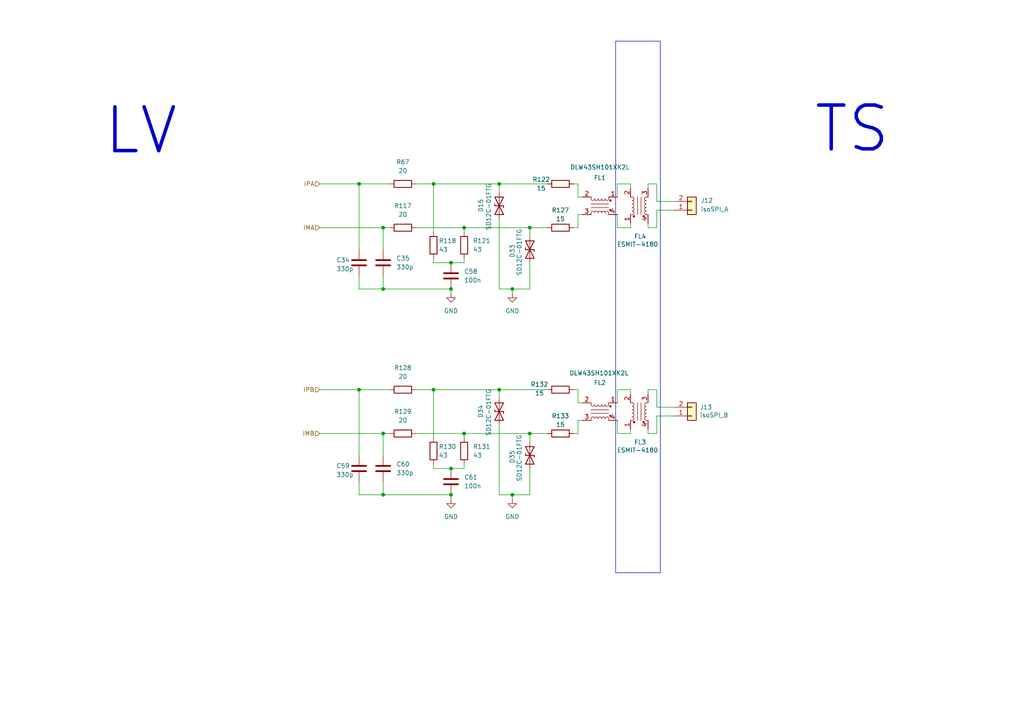
<source format=kicad_sch>
(kicad_sch
	(version 20231120)
	(generator "eeschema")
	(generator_version "8.0")
	(uuid "cc997e99-186e-4e96-b6fd-8d5d8672419b")
	(paper "A4")
	(lib_symbols
		(symbol "Connector_Generic:Conn_01x02"
			(pin_names
				(offset 1.016) hide)
			(exclude_from_sim no)
			(in_bom yes)
			(on_board yes)
			(property "Reference" "J"
				(at 0 2.54 0)
				(effects
					(font
						(size 1.27 1.27)
					)
				)
			)
			(property "Value" "Conn_01x02"
				(at 0 -5.08 0)
				(effects
					(font
						(size 1.27 1.27)
					)
				)
			)
			(property "Footprint" ""
				(at 0 0 0)
				(effects
					(font
						(size 1.27 1.27)
					)
					(hide yes)
				)
			)
			(property "Datasheet" "~"
				(at 0 0 0)
				(effects
					(font
						(size 1.27 1.27)
					)
					(hide yes)
				)
			)
			(property "Description" "Generic connector, single row, 01x02, script generated (kicad-library-utils/schlib/autogen/connector/)"
				(at 0 0 0)
				(effects
					(font
						(size 1.27 1.27)
					)
					(hide yes)
				)
			)
			(property "ki_keywords" "connector"
				(at 0 0 0)
				(effects
					(font
						(size 1.27 1.27)
					)
					(hide yes)
				)
			)
			(property "ki_fp_filters" "Connector*:*_1x??_*"
				(at 0 0 0)
				(effects
					(font
						(size 1.27 1.27)
					)
					(hide yes)
				)
			)
			(symbol "Conn_01x02_1_1"
				(rectangle
					(start -1.27 -2.413)
					(end 0 -2.667)
					(stroke
						(width 0.1524)
						(type default)
					)
					(fill
						(type none)
					)
				)
				(rectangle
					(start -1.27 0.127)
					(end 0 -0.127)
					(stroke
						(width 0.1524)
						(type default)
					)
					(fill
						(type none)
					)
				)
				(rectangle
					(start -1.27 1.27)
					(end 1.27 -3.81)
					(stroke
						(width 0.254)
						(type default)
					)
					(fill
						(type background)
					)
				)
				(pin passive line
					(at -5.08 0 0)
					(length 3.81)
					(name "Pin_1"
						(effects
							(font
								(size 1.27 1.27)
							)
						)
					)
					(number "1"
						(effects
							(font
								(size 1.27 1.27)
							)
						)
					)
				)
				(pin passive line
					(at -5.08 -2.54 0)
					(length 3.81)
					(name "Pin_2"
						(effects
							(font
								(size 1.27 1.27)
							)
						)
					)
					(number "2"
						(effects
							(font
								(size 1.27 1.27)
							)
						)
					)
				)
			)
		)
		(symbol "Device:C"
			(pin_numbers hide)
			(pin_names
				(offset 0.254)
			)
			(exclude_from_sim no)
			(in_bom yes)
			(on_board yes)
			(property "Reference" "C"
				(at 0.635 2.54 0)
				(effects
					(font
						(size 1.27 1.27)
					)
					(justify left)
				)
			)
			(property "Value" "C"
				(at 0.635 -2.54 0)
				(effects
					(font
						(size 1.27 1.27)
					)
					(justify left)
				)
			)
			(property "Footprint" ""
				(at 0.9652 -3.81 0)
				(effects
					(font
						(size 1.27 1.27)
					)
					(hide yes)
				)
			)
			(property "Datasheet" "~"
				(at 0 0 0)
				(effects
					(font
						(size 1.27 1.27)
					)
					(hide yes)
				)
			)
			(property "Description" "Unpolarized capacitor"
				(at 0 0 0)
				(effects
					(font
						(size 1.27 1.27)
					)
					(hide yes)
				)
			)
			(property "ki_keywords" "cap capacitor"
				(at 0 0 0)
				(effects
					(font
						(size 1.27 1.27)
					)
					(hide yes)
				)
			)
			(property "ki_fp_filters" "C_*"
				(at 0 0 0)
				(effects
					(font
						(size 1.27 1.27)
					)
					(hide yes)
				)
			)
			(symbol "C_0_1"
				(polyline
					(pts
						(xy -2.032 -0.762) (xy 2.032 -0.762)
					)
					(stroke
						(width 0.508)
						(type default)
					)
					(fill
						(type none)
					)
				)
				(polyline
					(pts
						(xy -2.032 0.762) (xy 2.032 0.762)
					)
					(stroke
						(width 0.508)
						(type default)
					)
					(fill
						(type none)
					)
				)
			)
			(symbol "C_1_1"
				(pin passive line
					(at 0 3.81 270)
					(length 2.794)
					(name "~"
						(effects
							(font
								(size 1.27 1.27)
							)
						)
					)
					(number "1"
						(effects
							(font
								(size 1.27 1.27)
							)
						)
					)
				)
				(pin passive line
					(at 0 -3.81 90)
					(length 2.794)
					(name "~"
						(effects
							(font
								(size 1.27 1.27)
							)
						)
					)
					(number "2"
						(effects
							(font
								(size 1.27 1.27)
							)
						)
					)
				)
			)
		)
		(symbol "Device:D_TVS"
			(pin_numbers hide)
			(pin_names
				(offset 1.016) hide)
			(exclude_from_sim no)
			(in_bom yes)
			(on_board yes)
			(property "Reference" "D"
				(at 0 2.54 0)
				(effects
					(font
						(size 1.27 1.27)
					)
				)
			)
			(property "Value" "D_TVS"
				(at 0 -2.54 0)
				(effects
					(font
						(size 1.27 1.27)
					)
				)
			)
			(property "Footprint" ""
				(at 0 0 0)
				(effects
					(font
						(size 1.27 1.27)
					)
					(hide yes)
				)
			)
			(property "Datasheet" "~"
				(at 0 0 0)
				(effects
					(font
						(size 1.27 1.27)
					)
					(hide yes)
				)
			)
			(property "Description" "Bidirectional transient-voltage-suppression diode"
				(at 0 0 0)
				(effects
					(font
						(size 1.27 1.27)
					)
					(hide yes)
				)
			)
			(property "ki_keywords" "diode TVS thyrector"
				(at 0 0 0)
				(effects
					(font
						(size 1.27 1.27)
					)
					(hide yes)
				)
			)
			(property "ki_fp_filters" "TO-???* *_Diode_* *SingleDiode* D_*"
				(at 0 0 0)
				(effects
					(font
						(size 1.27 1.27)
					)
					(hide yes)
				)
			)
			(symbol "D_TVS_0_1"
				(polyline
					(pts
						(xy 1.27 0) (xy -1.27 0)
					)
					(stroke
						(width 0)
						(type default)
					)
					(fill
						(type none)
					)
				)
				(polyline
					(pts
						(xy 0.508 1.27) (xy 0 1.27) (xy 0 -1.27) (xy -0.508 -1.27)
					)
					(stroke
						(width 0.254)
						(type default)
					)
					(fill
						(type none)
					)
				)
				(polyline
					(pts
						(xy -2.54 1.27) (xy -2.54 -1.27) (xy 2.54 1.27) (xy 2.54 -1.27) (xy -2.54 1.27)
					)
					(stroke
						(width 0.254)
						(type default)
					)
					(fill
						(type none)
					)
				)
			)
			(symbol "D_TVS_1_1"
				(pin passive line
					(at -3.81 0 0)
					(length 2.54)
					(name "A1"
						(effects
							(font
								(size 1.27 1.27)
							)
						)
					)
					(number "1"
						(effects
							(font
								(size 1.27 1.27)
							)
						)
					)
				)
				(pin passive line
					(at 3.81 0 180)
					(length 2.54)
					(name "A2"
						(effects
							(font
								(size 1.27 1.27)
							)
						)
					)
					(number "2"
						(effects
							(font
								(size 1.27 1.27)
							)
						)
					)
				)
			)
		)
		(symbol "Device:R"
			(pin_numbers hide)
			(pin_names
				(offset 0)
			)
			(exclude_from_sim no)
			(in_bom yes)
			(on_board yes)
			(property "Reference" "R"
				(at 2.032 0 90)
				(effects
					(font
						(size 1.27 1.27)
					)
				)
			)
			(property "Value" "R"
				(at 0 0 90)
				(effects
					(font
						(size 1.27 1.27)
					)
				)
			)
			(property "Footprint" ""
				(at -1.778 0 90)
				(effects
					(font
						(size 1.27 1.27)
					)
					(hide yes)
				)
			)
			(property "Datasheet" "~"
				(at 0 0 0)
				(effects
					(font
						(size 1.27 1.27)
					)
					(hide yes)
				)
			)
			(property "Description" "Resistor"
				(at 0 0 0)
				(effects
					(font
						(size 1.27 1.27)
					)
					(hide yes)
				)
			)
			(property "ki_keywords" "R res resistor"
				(at 0 0 0)
				(effects
					(font
						(size 1.27 1.27)
					)
					(hide yes)
				)
			)
			(property "ki_fp_filters" "R_*"
				(at 0 0 0)
				(effects
					(font
						(size 1.27 1.27)
					)
					(hide yes)
				)
			)
			(symbol "R_0_1"
				(rectangle
					(start -1.016 -2.54)
					(end 1.016 2.54)
					(stroke
						(width 0.254)
						(type default)
					)
					(fill
						(type none)
					)
				)
			)
			(symbol "R_1_1"
				(pin passive line
					(at 0 3.81 270)
					(length 1.27)
					(name "~"
						(effects
							(font
								(size 1.27 1.27)
							)
						)
					)
					(number "1"
						(effects
							(font
								(size 1.27 1.27)
							)
						)
					)
				)
				(pin passive line
					(at 0 -3.81 90)
					(length 1.27)
					(name "~"
						(effects
							(font
								(size 1.27 1.27)
							)
						)
					)
					(number "2"
						(effects
							(font
								(size 1.27 1.27)
							)
						)
					)
				)
			)
		)
		(symbol "Filter:Choke_Coilcraft_0603USB-222"
			(pin_names
				(offset 0.254) hide)
			(exclude_from_sim no)
			(in_bom yes)
			(on_board yes)
			(property "Reference" "FL"
				(at 0 4.445 0)
				(effects
					(font
						(size 1.27 1.27)
					)
				)
			)
			(property "Value" "Choke_Coilcraft_0603USB-222"
				(at 0 -4.445 0)
				(effects
					(font
						(size 1.27 1.27)
					)
				)
			)
			(property "Footprint" "Inductor_SMD:L_CommonModeChoke_Coilcraft_0603USB"
				(at 0 -6.35 0)
				(effects
					(font
						(size 1.27 1.27)
					)
					(hide yes)
				)
			)
			(property "Datasheet" "https://www.coilcraft.com/pdfs/0603usb.pdf"
				(at 0 -8.255 0)
				(effects
					(font
						(size 1.27 1.27)
					)
					(hide yes)
				)
			)
			(property "Description" "Common mode choke, 500mA, 250VAC, 150nH, 209mohm, 0.96Ghz, "
				(at 0 0 0)
				(effects
					(font
						(size 1.27 1.27)
					)
					(hide yes)
				)
			)
			(property "ki_keywords" "common-mode common mode choke signal line filter"
				(at 0 0 0)
				(effects
					(font
						(size 1.27 1.27)
					)
					(hide yes)
				)
			)
			(property "ki_fp_filters" "L*CommonModeChoke*Coilcraft*0603USB*"
				(at 0 0 0)
				(effects
					(font
						(size 1.27 1.27)
					)
					(hide yes)
				)
			)
			(symbol "Choke_Coilcraft_0603USB-222_0_1"
				(circle
					(center -3.048 -1.27)
					(radius 0.254)
					(stroke
						(width 0)
						(type default)
					)
					(fill
						(type outline)
					)
				)
				(circle
					(center -3.048 1.524)
					(radius 0.254)
					(stroke
						(width 0)
						(type default)
					)
					(fill
						(type outline)
					)
				)
				(arc
					(start -2.54 2.032)
					(mid -2.032 1.5262)
					(end -1.524 2.032)
					(stroke
						(width 0)
						(type default)
					)
					(fill
						(type none)
					)
				)
				(arc
					(start -1.524 -2.032)
					(mid -2.032 -1.5262)
					(end -2.54 -2.032)
					(stroke
						(width 0)
						(type default)
					)
					(fill
						(type none)
					)
				)
				(arc
					(start -1.524 2.032)
					(mid -1.016 1.5262)
					(end -0.508 2.032)
					(stroke
						(width 0)
						(type default)
					)
					(fill
						(type none)
					)
				)
				(arc
					(start -0.508 -2.032)
					(mid -1.016 -1.5262)
					(end -1.524 -2.032)
					(stroke
						(width 0)
						(type default)
					)
					(fill
						(type none)
					)
				)
				(arc
					(start -0.508 2.032)
					(mid 0 1.5262)
					(end 0.508 2.032)
					(stroke
						(width 0)
						(type default)
					)
					(fill
						(type none)
					)
				)
				(polyline
					(pts
						(xy -2.54 -2.032) (xy -2.54 -2.54)
					)
					(stroke
						(width 0)
						(type default)
					)
					(fill
						(type none)
					)
				)
				(polyline
					(pts
						(xy -2.54 0.508) (xy 2.54 0.508)
					)
					(stroke
						(width 0)
						(type default)
					)
					(fill
						(type none)
					)
				)
				(polyline
					(pts
						(xy -2.54 2.032) (xy -2.54 2.54)
					)
					(stroke
						(width 0)
						(type default)
					)
					(fill
						(type none)
					)
				)
				(polyline
					(pts
						(xy 2.54 -2.032) (xy 2.54 -2.54)
					)
					(stroke
						(width 0)
						(type default)
					)
					(fill
						(type none)
					)
				)
				(polyline
					(pts
						(xy 2.54 -0.508) (xy -2.54 -0.508)
					)
					(stroke
						(width 0)
						(type default)
					)
					(fill
						(type none)
					)
				)
				(polyline
					(pts
						(xy 2.54 2.54) (xy 2.54 2.032)
					)
					(stroke
						(width 0)
						(type default)
					)
					(fill
						(type none)
					)
				)
				(arc
					(start 0.508 -2.032)
					(mid 0 -1.5262)
					(end -0.508 -2.032)
					(stroke
						(width 0)
						(type default)
					)
					(fill
						(type none)
					)
				)
				(arc
					(start 0.508 2.032)
					(mid 1.016 1.5262)
					(end 1.524 2.032)
					(stroke
						(width 0)
						(type default)
					)
					(fill
						(type none)
					)
				)
				(arc
					(start 1.524 -2.032)
					(mid 1.016 -1.5262)
					(end 0.508 -2.032)
					(stroke
						(width 0)
						(type default)
					)
					(fill
						(type none)
					)
				)
				(arc
					(start 1.524 2.032)
					(mid 2.032 1.5262)
					(end 2.54 2.032)
					(stroke
						(width 0)
						(type default)
					)
					(fill
						(type none)
					)
				)
				(arc
					(start 2.54 -2.032)
					(mid 2.032 -1.5262)
					(end 1.524 -2.032)
					(stroke
						(width 0)
						(type default)
					)
					(fill
						(type none)
					)
				)
			)
			(symbol "Choke_Coilcraft_0603USB-222_1_1"
				(pin passive line
					(at -5.08 2.54 0)
					(length 2.54)
					(name "1"
						(effects
							(font
								(size 1.27 1.27)
							)
						)
					)
					(number "1"
						(effects
							(font
								(size 1.27 1.27)
							)
						)
					)
				)
				(pin passive line
					(at 5.08 2.54 180)
					(length 2.54)
					(name "2"
						(effects
							(font
								(size 1.27 1.27)
							)
						)
					)
					(number "2"
						(effects
							(font
								(size 1.27 1.27)
							)
						)
					)
				)
				(pin passive line
					(at 5.08 -2.54 180)
					(length 2.54)
					(name "3"
						(effects
							(font
								(size 1.27 1.27)
							)
						)
					)
					(number "3"
						(effects
							(font
								(size 1.27 1.27)
							)
						)
					)
				)
				(pin passive line
					(at -5.08 -2.54 0)
					(length 2.54)
					(name "4"
						(effects
							(font
								(size 1.27 1.27)
							)
						)
					)
					(number "4"
						(effects
							(font
								(size 1.27 1.27)
							)
						)
					)
				)
			)
		)
		(symbol "Filter_EMI_LL_1423_1"
			(pin_names hide)
			(exclude_from_sim no)
			(in_bom yes)
			(on_board yes)
			(property "Reference" "FL4"
				(at -8.89 -0.254 90)
				(effects
					(font
						(size 1.27 1.27)
					)
				)
			)
			(property "Value" "744228"
				(at -11.176 0.508 90)
				(effects
					(font
						(size 1.27 1.27)
					)
				)
			)
			(property "Footprint" "ESMIT-4180_C:SOP254P914X350-4N"
				(at 0 -6.35 0)
				(effects
					(font
						(size 1.27 1.27)
					)
					(hide yes)
				)
			)
			(property "Datasheet" "https://www.we-online.com/components/products/datasheet/744228.pdf"
				(at 0 1.016 90)
				(effects
					(font
						(size 1.27 1.27)
					)
					(hide yes)
				)
			)
			(property "Description" ""
				(at 0 0 0)
				(effects
					(font
						(size 1.27 1.27)
					)
					(hide yes)
				)
			)
			(property "ki_keywords" "EMI filter common-mode choke"
				(at 0 0 0)
				(effects
					(font
						(size 1.27 1.27)
					)
					(hide yes)
				)
			)
			(property "ki_fp_filters" "Bourns*SRF0905*"
				(at 0 0 0)
				(effects
					(font
						(size 1.27 1.27)
					)
					(hide yes)
				)
			)
			(symbol "Filter_EMI_LL_1423_1_0_1"
				(circle
					(center -3.048 -1.27)
					(radius 0.254)
					(stroke
						(width 0)
						(type default)
					)
					(fill
						(type outline)
					)
				)
				(circle
					(center -3.048 1.524)
					(radius 0.254)
					(stroke
						(width 0)
						(type default)
					)
					(fill
						(type outline)
					)
				)
				(arc
					(start -2.54 2.032)
					(mid -2.032 1.5262)
					(end -1.524 2.032)
					(stroke
						(width 0)
						(type default)
					)
					(fill
						(type none)
					)
				)
				(arc
					(start -1.524 -2.032)
					(mid -2.032 -1.5262)
					(end -2.54 -2.032)
					(stroke
						(width 0)
						(type default)
					)
					(fill
						(type none)
					)
				)
				(arc
					(start -1.524 2.032)
					(mid -1.016 1.5262)
					(end -0.508 2.032)
					(stroke
						(width 0)
						(type default)
					)
					(fill
						(type none)
					)
				)
				(arc
					(start -0.508 -2.032)
					(mid -1.016 -1.5262)
					(end -1.524 -2.032)
					(stroke
						(width 0)
						(type default)
					)
					(fill
						(type none)
					)
				)
				(arc
					(start -0.508 2.032)
					(mid 0 1.5262)
					(end 0.508 2.032)
					(stroke
						(width 0)
						(type default)
					)
					(fill
						(type none)
					)
				)
				(polyline
					(pts
						(xy -2.54 -2.032) (xy -2.54 -2.54)
					)
					(stroke
						(width 0)
						(type default)
					)
					(fill
						(type none)
					)
				)
				(polyline
					(pts
						(xy -2.54 0.508) (xy 2.54 0.508)
					)
					(stroke
						(width 0)
						(type default)
					)
					(fill
						(type none)
					)
				)
				(polyline
					(pts
						(xy -2.54 2.032) (xy -2.54 2.54)
					)
					(stroke
						(width 0)
						(type default)
					)
					(fill
						(type none)
					)
				)
				(polyline
					(pts
						(xy 2.54 -2.032) (xy 2.54 -2.54)
					)
					(stroke
						(width 0)
						(type default)
					)
					(fill
						(type none)
					)
				)
				(polyline
					(pts
						(xy 2.54 -0.508) (xy -2.54 -0.508)
					)
					(stroke
						(width 0)
						(type default)
					)
					(fill
						(type none)
					)
				)
				(polyline
					(pts
						(xy 2.54 2.54) (xy 2.54 2.032)
					)
					(stroke
						(width 0)
						(type default)
					)
					(fill
						(type none)
					)
				)
				(arc
					(start 0.508 -2.032)
					(mid 0 -1.5262)
					(end -0.508 -2.032)
					(stroke
						(width 0)
						(type default)
					)
					(fill
						(type none)
					)
				)
				(arc
					(start 0.508 2.032)
					(mid 1.016 1.5262)
					(end 1.524 2.032)
					(stroke
						(width 0)
						(type default)
					)
					(fill
						(type none)
					)
				)
				(arc
					(start 1.524 -2.032)
					(mid 1.016 -1.5262)
					(end 0.508 -2.032)
					(stroke
						(width 0)
						(type default)
					)
					(fill
						(type none)
					)
				)
				(arc
					(start 1.524 2.032)
					(mid 2.032 1.5262)
					(end 2.54 2.032)
					(stroke
						(width 0)
						(type default)
					)
					(fill
						(type none)
					)
				)
				(arc
					(start 2.54 -2.032)
					(mid 2.032 -1.5262)
					(end 1.524 -2.032)
					(stroke
						(width 0)
						(type default)
					)
					(fill
						(type none)
					)
				)
			)
			(symbol "Filter_EMI_LL_1423_1_1_1"
				(pin passive line
					(at -5.08 2.54 0)
					(length 2.54)
					(name "1"
						(effects
							(font
								(size 1.27 1.27)
							)
						)
					)
					(number "1"
						(effects
							(font
								(size 1.27 1.27)
							)
						)
					)
				)
				(pin passive line
					(at 5.08 2.54 180)
					(length 2.54)
					(name "2"
						(effects
							(font
								(size 1.27 1.27)
							)
						)
					)
					(number "2"
						(effects
							(font
								(size 1.27 1.27)
							)
						)
					)
				)
				(pin passive line
					(at 5.08 -2.54 180)
					(length 2.54)
					(name "3"
						(effects
							(font
								(size 1.27 1.27)
							)
						)
					)
					(number "3"
						(effects
							(font
								(size 1.27 1.27)
							)
						)
					)
				)
				(pin passive line
					(at -5.08 -2.54 0)
					(length 2.54)
					(name "4"
						(effects
							(font
								(size 1.27 1.27)
							)
						)
					)
					(number "4"
						(effects
							(font
								(size 1.27 1.27)
							)
						)
					)
				)
			)
		)
		(symbol "power:GND"
			(power)
			(pin_numbers hide)
			(pin_names
				(offset 0) hide)
			(exclude_from_sim no)
			(in_bom yes)
			(on_board yes)
			(property "Reference" "#PWR"
				(at 0 -6.35 0)
				(effects
					(font
						(size 1.27 1.27)
					)
					(hide yes)
				)
			)
			(property "Value" "GND"
				(at 0 -3.81 0)
				(effects
					(font
						(size 1.27 1.27)
					)
				)
			)
			(property "Footprint" ""
				(at 0 0 0)
				(effects
					(font
						(size 1.27 1.27)
					)
					(hide yes)
				)
			)
			(property "Datasheet" ""
				(at 0 0 0)
				(effects
					(font
						(size 1.27 1.27)
					)
					(hide yes)
				)
			)
			(property "Description" "Power symbol creates a global label with name \"GND\" , ground"
				(at 0 0 0)
				(effects
					(font
						(size 1.27 1.27)
					)
					(hide yes)
				)
			)
			(property "ki_keywords" "global power"
				(at 0 0 0)
				(effects
					(font
						(size 1.27 1.27)
					)
					(hide yes)
				)
			)
			(symbol "GND_0_1"
				(polyline
					(pts
						(xy 0 0) (xy 0 -1.27) (xy 1.27 -1.27) (xy 0 -2.54) (xy -1.27 -1.27) (xy 0 -1.27)
					)
					(stroke
						(width 0)
						(type default)
					)
					(fill
						(type none)
					)
				)
			)
			(symbol "GND_1_1"
				(pin power_in line
					(at 0 0 270)
					(length 0)
					(name "~"
						(effects
							(font
								(size 1.27 1.27)
							)
						)
					)
					(number "1"
						(effects
							(font
								(size 1.27 1.27)
							)
						)
					)
				)
			)
		)
	)
	(junction
		(at 153.67 125.73)
		(diameter 0)
		(color 0 0 0 0)
		(uuid "01183f8a-1e4b-4f9c-b82e-dc570b395bc9")
	)
	(junction
		(at 125.73 113.03)
		(diameter 0)
		(color 0 0 0 0)
		(uuid "0aee2266-1ee0-435b-99ab-209fda24ce6f")
	)
	(junction
		(at 130.81 135.89)
		(diameter 0)
		(color 0 0 0 0)
		(uuid "0b43cb52-6b59-4d07-bb39-52d42efea2a4")
	)
	(junction
		(at 144.78 53.34)
		(diameter 0)
		(color 0 0 0 0)
		(uuid "16849498-73cb-4d60-8cda-784e57847e86")
	)
	(junction
		(at 134.62 125.73)
		(diameter 0)
		(color 0 0 0 0)
		(uuid "261f1fb1-79c8-4d48-90f7-81c699a437e8")
	)
	(junction
		(at 125.73 53.34)
		(diameter 0)
		(color 0 0 0 0)
		(uuid "2a20125c-c321-48f8-b44e-3988e503e198")
	)
	(junction
		(at 134.62 66.04)
		(diameter 0)
		(color 0 0 0 0)
		(uuid "3b517f86-5ad6-4b30-bb01-49b6d492cf9c")
	)
	(junction
		(at 148.59 83.82)
		(diameter 0)
		(color 0 0 0 0)
		(uuid "3f627e2a-589b-4f19-b42e-7d1742125432")
	)
	(junction
		(at 144.78 113.03)
		(diameter 0)
		(color 0 0 0 0)
		(uuid "52c62b19-830a-4953-b16b-cfcb0d6b9962")
	)
	(junction
		(at 130.81 76.2)
		(diameter 0)
		(color 0 0 0 0)
		(uuid "68ad2d62-3be5-4a54-9f19-2399902fa070")
	)
	(junction
		(at 148.59 143.51)
		(diameter 0)
		(color 0 0 0 0)
		(uuid "6d02d35f-d673-42a7-a1d3-cb50ae20853a")
	)
	(junction
		(at 104.14 113.03)
		(diameter 0)
		(color 0 0 0 0)
		(uuid "9143c996-48f2-4a9c-8b34-dd5924e0f123")
	)
	(junction
		(at 111.125 83.82)
		(diameter 0)
		(color 0 0 0 0)
		(uuid "a4d47f39-7381-4158-a58e-55d279f46660")
	)
	(junction
		(at 104.14 53.34)
		(diameter 0)
		(color 0 0 0 0)
		(uuid "a8e19d03-4413-4599-ab2b-eda64a944fd2")
	)
	(junction
		(at 111.125 143.51)
		(diameter 0)
		(color 0 0 0 0)
		(uuid "b1ce9d3e-0365-45f1-ab62-efb8a8230bf1")
	)
	(junction
		(at 111.125 125.73)
		(diameter 0)
		(color 0 0 0 0)
		(uuid "b7291065-5005-4360-9e7f-7be23bc2735b")
	)
	(junction
		(at 111.125 66.04)
		(diameter 0)
		(color 0 0 0 0)
		(uuid "beae2e58-2c9b-4cf0-85c6-8d352d2fb6a7")
	)
	(junction
		(at 130.81 83.82)
		(diameter 0)
		(color 0 0 0 0)
		(uuid "d954a7f2-89e9-4d9b-8b3d-3c9b09e53775")
	)
	(junction
		(at 153.67 66.04)
		(diameter 0)
		(color 0 0 0 0)
		(uuid "e265b3c2-1f26-4628-9af9-9ee896d1942c")
	)
	(junction
		(at 130.81 143.51)
		(diameter 0)
		(color 0 0 0 0)
		(uuid "f73c40ae-53a9-4b64-a252-1e0899a4483e")
	)
	(wire
		(pts
			(xy 104.14 113.03) (xy 113.03 113.03)
		)
		(stroke
			(width 0)
			(type default)
		)
		(uuid "0565c931-c0f9-466d-94bc-782bb9e90050")
	)
	(wire
		(pts
			(xy 104.14 139.7) (xy 104.14 143.51)
		)
		(stroke
			(width 0)
			(type default)
		)
		(uuid "0df56b57-53ff-458e-a7f9-40507343abc6")
	)
	(wire
		(pts
			(xy 167.64 113.03) (xy 167.64 116.84)
		)
		(stroke
			(width 0)
			(type default)
		)
		(uuid "0e5a8d8b-a111-4c02-8823-bbd44add785a")
	)
	(wire
		(pts
			(xy 111.125 80.01) (xy 111.125 83.82)
		)
		(stroke
			(width 0)
			(type default)
		)
		(uuid "131978a5-406e-4bd9-8cda-67cc620ad33c")
	)
	(wire
		(pts
			(xy 120.65 66.04) (xy 134.62 66.04)
		)
		(stroke
			(width 0)
			(type default)
		)
		(uuid "13d13389-b355-4549-ae0d-ef4b9cf92d09")
	)
	(wire
		(pts
			(xy 134.62 134.62) (xy 134.62 135.89)
		)
		(stroke
			(width 0)
			(type default)
		)
		(uuid "17c15ff6-9808-42f8-a4dd-c2998ada0920")
	)
	(wire
		(pts
			(xy 130.81 143.51) (xy 130.81 144.78)
		)
		(stroke
			(width 0)
			(type default)
		)
		(uuid "18d12258-3620-48b1-8485-5c608696f8ea")
	)
	(wire
		(pts
			(xy 167.64 116.84) (xy 168.91 116.84)
		)
		(stroke
			(width 0)
			(type default)
		)
		(uuid "1a06fc4d-afb0-408d-8c8a-c67a787daece")
	)
	(wire
		(pts
			(xy 104.14 53.34) (xy 104.14 72.39)
		)
		(stroke
			(width 0)
			(type default)
		)
		(uuid "1f2f4073-1ed2-401d-bfdd-89e0cbe2c4d6")
	)
	(wire
		(pts
			(xy 167.64 62.23) (xy 168.91 62.23)
		)
		(stroke
			(width 0)
			(type default)
		)
		(uuid "1f95988b-294e-49e4-9bcd-a8e5f8f1b0f3")
	)
	(wire
		(pts
			(xy 111.125 66.04) (xy 111.125 72.39)
		)
		(stroke
			(width 0)
			(type default)
		)
		(uuid "20b3f746-6c71-4810-adf8-12af40f89a01")
	)
	(wire
		(pts
			(xy 182.88 53.34) (xy 182.88 54.61)
		)
		(stroke
			(width 0)
			(type default)
		)
		(uuid "21a9f667-12fb-4f0f-bec6-e88a06cb05a7")
	)
	(wire
		(pts
			(xy 125.73 76.2) (xy 125.73 74.93)
		)
		(stroke
			(width 0)
			(type default)
		)
		(uuid "263db505-8108-4a7f-add9-b16d51e43236")
	)
	(wire
		(pts
			(xy 134.62 76.2) (xy 130.81 76.2)
		)
		(stroke
			(width 0)
			(type default)
		)
		(uuid "2a301240-f26b-4950-bcec-e6412674688a")
	)
	(wire
		(pts
			(xy 182.88 66.04) (xy 182.88 64.77)
		)
		(stroke
			(width 0)
			(type default)
		)
		(uuid "2c546921-2ade-4803-9f2d-5d7638e01ffb")
	)
	(wire
		(pts
			(xy 179.07 66.04) (xy 179.07 62.23)
		)
		(stroke
			(width 0)
			(type default)
		)
		(uuid "2c55f13c-b9de-4f7c-9be4-6c711c4735ff")
	)
	(wire
		(pts
			(xy 130.81 135.89) (xy 125.73 135.89)
		)
		(stroke
			(width 0)
			(type default)
		)
		(uuid "2cce578f-d5b2-4862-abf3-70360e2cabf0")
	)
	(wire
		(pts
			(xy 167.64 62.23) (xy 167.64 66.04)
		)
		(stroke
			(width 0)
			(type default)
		)
		(uuid "31c33949-aae5-45e0-8006-0a61d8da9694")
	)
	(wire
		(pts
			(xy 111.125 143.51) (xy 130.81 143.51)
		)
		(stroke
			(width 0)
			(type default)
		)
		(uuid "320e9999-cac5-4b53-b96c-ce4560ab60e1")
	)
	(wire
		(pts
			(xy 125.73 53.34) (xy 144.78 53.34)
		)
		(stroke
			(width 0)
			(type default)
		)
		(uuid "36cdd6ac-0a35-4adf-a5a3-1345cf1f1e53")
	)
	(wire
		(pts
			(xy 190.5 58.42) (xy 190.5 53.34)
		)
		(stroke
			(width 0)
			(type default)
		)
		(uuid "38288ebd-4630-4d10-9075-6c33778842e1")
	)
	(wire
		(pts
			(xy 179.07 66.04) (xy 182.88 66.04)
		)
		(stroke
			(width 0)
			(type default)
		)
		(uuid "3c119e1b-9ad0-436a-a4ca-6ee8bef9e2d3")
	)
	(wire
		(pts
			(xy 148.59 143.51) (xy 148.59 144.78)
		)
		(stroke
			(width 0)
			(type default)
		)
		(uuid "40f2acaf-dcb7-42cb-8fd2-801f951b2c06")
	)
	(wire
		(pts
			(xy 125.73 135.89) (xy 125.73 134.62)
		)
		(stroke
			(width 0)
			(type default)
		)
		(uuid "415c5496-1c97-49cc-9663-d2338d1c4eca")
	)
	(wire
		(pts
			(xy 120.65 113.03) (xy 125.73 113.03)
		)
		(stroke
			(width 0)
			(type default)
		)
		(uuid "42c66a14-d781-44e1-a3ca-2bc7fe2bfb41")
	)
	(wire
		(pts
			(xy 148.59 143.51) (xy 153.67 143.51)
		)
		(stroke
			(width 0)
			(type default)
		)
		(uuid "4949d58d-7b61-4018-9ab2-9db5506cadad")
	)
	(wire
		(pts
			(xy 144.78 63.5) (xy 144.78 83.82)
		)
		(stroke
			(width 0)
			(type default)
		)
		(uuid "4be16e30-b2dd-482e-8411-8e7c835eb4a2")
	)
	(wire
		(pts
			(xy 144.78 83.82) (xy 148.59 83.82)
		)
		(stroke
			(width 0)
			(type default)
		)
		(uuid "526f5610-f661-4139-b05e-9dc1195bf186")
	)
	(wire
		(pts
			(xy 190.5 53.34) (xy 187.96 53.34)
		)
		(stroke
			(width 0)
			(type default)
		)
		(uuid "55abcf85-bf08-4d8a-b086-9597600c0f04")
	)
	(wire
		(pts
			(xy 111.125 66.04) (xy 113.03 66.04)
		)
		(stroke
			(width 0)
			(type default)
		)
		(uuid "587ef0f9-7f6f-45b6-9afa-e461d0cc9549")
	)
	(wire
		(pts
			(xy 190.5 60.96) (xy 190.5 66.04)
		)
		(stroke
			(width 0)
			(type default)
		)
		(uuid "5972f4eb-6df6-4e01-841f-879bf9d8b69c")
	)
	(wire
		(pts
			(xy 167.64 53.34) (xy 167.64 57.15)
		)
		(stroke
			(width 0)
			(type default)
		)
		(uuid "5c066255-002d-4bda-82d7-ed88921a71b3")
	)
	(wire
		(pts
			(xy 111.125 83.82) (xy 130.81 83.82)
		)
		(stroke
			(width 0)
			(type default)
		)
		(uuid "5cc843a9-8f74-45ab-b4e5-0badcccb2835")
	)
	(wire
		(pts
			(xy 144.78 143.51) (xy 148.59 143.51)
		)
		(stroke
			(width 0)
			(type default)
		)
		(uuid "5d164f3a-6598-4551-bcb2-a80c2562a107")
	)
	(wire
		(pts
			(xy 153.67 76.2) (xy 153.67 83.82)
		)
		(stroke
			(width 0)
			(type default)
		)
		(uuid "5d9d89fd-7a7d-48be-a0c7-a9fe05db6191")
	)
	(wire
		(pts
			(xy 104.14 80.01) (xy 104.14 83.82)
		)
		(stroke
			(width 0)
			(type default)
		)
		(uuid "5f94fed7-41f2-4ff6-aa7b-a4e6e4896789")
	)
	(wire
		(pts
			(xy 166.37 113.03) (xy 167.64 113.03)
		)
		(stroke
			(width 0)
			(type default)
		)
		(uuid "60e454aa-b1c5-49f6-91d2-703e0e7d9e07")
	)
	(wire
		(pts
			(xy 130.81 83.82) (xy 130.81 85.09)
		)
		(stroke
			(width 0)
			(type default)
		)
		(uuid "6325c8c1-0a60-4819-ad6a-5635af30f80a")
	)
	(wire
		(pts
			(xy 130.81 76.2) (xy 125.73 76.2)
		)
		(stroke
			(width 0)
			(type default)
		)
		(uuid "6b447ebf-f804-49b0-881e-f34a74957d39")
	)
	(wire
		(pts
			(xy 167.64 121.92) (xy 167.64 125.73)
		)
		(stroke
			(width 0)
			(type default)
		)
		(uuid "6e5effcc-4755-4c29-babc-68132753bd99")
	)
	(wire
		(pts
			(xy 167.64 57.15) (xy 168.91 57.15)
		)
		(stroke
			(width 0)
			(type default)
		)
		(uuid "6fe45814-ab0c-4abd-b890-26294abfc73b")
	)
	(wire
		(pts
			(xy 166.37 53.34) (xy 167.64 53.34)
		)
		(stroke
			(width 0)
			(type default)
		)
		(uuid "711603bd-1693-4ccc-a5a3-4c47eed310a6")
	)
	(wire
		(pts
			(xy 179.07 125.73) (xy 179.07 121.92)
		)
		(stroke
			(width 0)
			(type default)
		)
		(uuid "732be2ee-a15a-4b69-9420-a00f9fcc5dae")
	)
	(wire
		(pts
			(xy 190.5 118.11) (xy 195.58 118.11)
		)
		(stroke
			(width 0)
			(type default)
		)
		(uuid "7378b1d6-965f-44e7-9946-d04c28f972d1")
	)
	(wire
		(pts
			(xy 187.96 125.73) (xy 187.96 124.46)
		)
		(stroke
			(width 0)
			(type default)
		)
		(uuid "747270b2-538f-4bfe-a361-02ae93e58734")
	)
	(wire
		(pts
			(xy 144.78 123.19) (xy 144.78 143.51)
		)
		(stroke
			(width 0)
			(type default)
		)
		(uuid "79f0daee-7160-4c27-b4b8-a9fd4eb39b88")
	)
	(wire
		(pts
			(xy 153.67 66.04) (xy 153.67 68.58)
		)
		(stroke
			(width 0)
			(type default)
		)
		(uuid "7b28fa0b-17d4-4839-b46c-10c61f35bbfe")
	)
	(wire
		(pts
			(xy 134.62 135.89) (xy 130.81 135.89)
		)
		(stroke
			(width 0)
			(type default)
		)
		(uuid "7b52a9a9-21f6-4d0d-944c-4bc6f9b20c10")
	)
	(wire
		(pts
			(xy 179.07 113.03) (xy 182.88 113.03)
		)
		(stroke
			(width 0)
			(type default)
		)
		(uuid "7d52924e-8bf1-41f3-a88b-e54eead982dc")
	)
	(wire
		(pts
			(xy 104.14 143.51) (xy 111.125 143.51)
		)
		(stroke
			(width 0)
			(type default)
		)
		(uuid "859d7ef8-3236-40d2-bd07-af5bf012c438")
	)
	(wire
		(pts
			(xy 120.65 125.73) (xy 134.62 125.73)
		)
		(stroke
			(width 0)
			(type default)
		)
		(uuid "87909c03-0d46-4405-8890-be98ee081399")
	)
	(wire
		(pts
			(xy 134.62 125.73) (xy 134.62 127)
		)
		(stroke
			(width 0)
			(type default)
		)
		(uuid "882548b3-e7b1-4c68-91f1-15e1ceb8f6ea")
	)
	(wire
		(pts
			(xy 167.64 125.73) (xy 166.37 125.73)
		)
		(stroke
			(width 0)
			(type default)
		)
		(uuid "97963dfe-3e02-4ed2-a469-e5b1aa4347ff")
	)
	(wire
		(pts
			(xy 92.71 125.73) (xy 111.125 125.73)
		)
		(stroke
			(width 0)
			(type default)
		)
		(uuid "989225f2-8496-4347-87ed-4e6cf8180b25")
	)
	(wire
		(pts
			(xy 134.62 74.93) (xy 134.62 76.2)
		)
		(stroke
			(width 0)
			(type default)
		)
		(uuid "98ee242f-cef8-465b-b16c-efe3e1fa21d1")
	)
	(wire
		(pts
			(xy 190.5 120.65) (xy 190.5 125.73)
		)
		(stroke
			(width 0)
			(type default)
		)
		(uuid "99117fc3-f64e-4d15-b2c9-5eae6803b78c")
	)
	(wire
		(pts
			(xy 190.5 66.04) (xy 187.96 66.04)
		)
		(stroke
			(width 0)
			(type default)
		)
		(uuid "9b244fd4-2670-443b-a457-71cc2d9f9962")
	)
	(wire
		(pts
			(xy 92.71 113.03) (xy 104.14 113.03)
		)
		(stroke
			(width 0)
			(type default)
		)
		(uuid "9c6464b5-3f30-4127-9e0d-66412fe04eb0")
	)
	(wire
		(pts
			(xy 144.78 113.03) (xy 158.75 113.03)
		)
		(stroke
			(width 0)
			(type default)
		)
		(uuid "9ff41563-c491-4c32-bd3b-58318558d239")
	)
	(wire
		(pts
			(xy 190.5 60.96) (xy 195.58 60.96)
		)
		(stroke
			(width 0)
			(type default)
		)
		(uuid "a6f8303d-305d-45e4-a7e1-4337e0b1beaf")
	)
	(wire
		(pts
			(xy 134.62 66.04) (xy 153.67 66.04)
		)
		(stroke
			(width 0)
			(type default)
		)
		(uuid "a86ddb4f-7f4c-472e-a8d2-f715863070b0")
	)
	(wire
		(pts
			(xy 125.73 113.03) (xy 125.73 127)
		)
		(stroke
			(width 0)
			(type default)
		)
		(uuid "aa509a6b-82c5-433d-8a65-bdf860d0a7f6")
	)
	(wire
		(pts
			(xy 104.14 83.82) (xy 111.125 83.82)
		)
		(stroke
			(width 0)
			(type default)
		)
		(uuid "acfe9f3b-5a86-4055-88fd-38342f07f5cd")
	)
	(wire
		(pts
			(xy 190.5 118.11) (xy 190.5 113.03)
		)
		(stroke
			(width 0)
			(type default)
		)
		(uuid "af2bbf75-1669-4bba-ac58-65eb5602befd")
	)
	(wire
		(pts
			(xy 153.67 135.89) (xy 153.67 143.51)
		)
		(stroke
			(width 0)
			(type default)
		)
		(uuid "b18d8ca9-758d-46d6-b76e-a59642fd13a7")
	)
	(wire
		(pts
			(xy 179.07 53.34) (xy 179.07 57.15)
		)
		(stroke
			(width 0)
			(type default)
		)
		(uuid "b3c8affe-c9f4-4aa9-8c23-0917d6b92cad")
	)
	(wire
		(pts
			(xy 120.65 53.34) (xy 125.73 53.34)
		)
		(stroke
			(width 0)
			(type default)
		)
		(uuid "b41ff4b5-0659-4438-8f87-22cb88df76a1")
	)
	(wire
		(pts
			(xy 187.96 66.04) (xy 187.96 64.77)
		)
		(stroke
			(width 0)
			(type default)
		)
		(uuid "b63d1a5c-9181-433d-86f2-f311e878efc3")
	)
	(wire
		(pts
			(xy 179.07 113.03) (xy 179.07 116.84)
		)
		(stroke
			(width 0)
			(type default)
		)
		(uuid "b8a604ac-29b2-41cc-bd51-47816fcd7512")
	)
	(wire
		(pts
			(xy 125.73 53.34) (xy 125.73 67.31)
		)
		(stroke
			(width 0)
			(type default)
		)
		(uuid "ba3bda8e-6186-4fdc-9ac1-5579bf324af1")
	)
	(wire
		(pts
			(xy 125.73 113.03) (xy 144.78 113.03)
		)
		(stroke
			(width 0)
			(type default)
		)
		(uuid "bd663345-6a33-4c53-bc78-b7b34bd83c56")
	)
	(wire
		(pts
			(xy 187.96 113.03) (xy 187.96 114.3)
		)
		(stroke
			(width 0)
			(type default)
		)
		(uuid "bdb4eafe-3aa7-43bf-b504-0d1dd48bec5a")
	)
	(wire
		(pts
			(xy 179.07 53.34) (xy 182.88 53.34)
		)
		(stroke
			(width 0)
			(type default)
		)
		(uuid "bdfe1517-7bdf-4232-8716-92493f1394ab")
	)
	(wire
		(pts
			(xy 153.67 125.73) (xy 153.67 128.27)
		)
		(stroke
			(width 0)
			(type default)
		)
		(uuid "c2d96053-d5eb-4397-9c27-34c44f78cde1")
	)
	(wire
		(pts
			(xy 167.64 66.04) (xy 166.37 66.04)
		)
		(stroke
			(width 0)
			(type default)
		)
		(uuid "c6045578-662d-49ab-bbbd-6163239abaa7")
	)
	(wire
		(pts
			(xy 182.88 125.73) (xy 182.88 124.46)
		)
		(stroke
			(width 0)
			(type default)
		)
		(uuid "c61e0019-c3d7-427f-9a0d-70b8d2a946f1")
	)
	(wire
		(pts
			(xy 190.5 125.73) (xy 187.96 125.73)
		)
		(stroke
			(width 0)
			(type default)
		)
		(uuid "c92180ca-5d52-4f40-a499-aa35c4bbaec5")
	)
	(wire
		(pts
			(xy 111.125 125.73) (xy 111.125 132.08)
		)
		(stroke
			(width 0)
			(type default)
		)
		(uuid "cb8d91e1-e0aa-41f6-9bf2-37a432544fb2")
	)
	(wire
		(pts
			(xy 190.5 120.65) (xy 195.58 120.65)
		)
		(stroke
			(width 0)
			(type default)
		)
		(uuid "d42c2df4-208c-4835-9176-7437c1e76609")
	)
	(wire
		(pts
			(xy 190.5 58.42) (xy 195.58 58.42)
		)
		(stroke
			(width 0)
			(type default)
		)
		(uuid "d4cba228-bf0c-49ca-8b3b-15aa81c9bf88")
	)
	(wire
		(pts
			(xy 134.62 125.73) (xy 153.67 125.73)
		)
		(stroke
			(width 0)
			(type default)
		)
		(uuid "d624965a-55d3-4f53-90d5-f06bfae09fb3")
	)
	(wire
		(pts
			(xy 190.5 113.03) (xy 187.96 113.03)
		)
		(stroke
			(width 0)
			(type default)
		)
		(uuid "d9df4c52-3ac9-4ce6-9c91-8a215b7df9bf")
	)
	(wire
		(pts
			(xy 187.96 53.34) (xy 187.96 54.61)
		)
		(stroke
			(width 0)
			(type default)
		)
		(uuid "dcc85ffa-54ce-4da4-8082-a010f13cba52")
	)
	(wire
		(pts
			(xy 144.78 53.34) (xy 158.75 53.34)
		)
		(stroke
			(width 0)
			(type default)
		)
		(uuid "dcf3e791-af40-4d50-89ad-c566fe127d1e")
	)
	(wire
		(pts
			(xy 111.125 125.73) (xy 113.03 125.73)
		)
		(stroke
			(width 0)
			(type default)
		)
		(uuid "de3a659d-ba2a-444f-8794-50eab76105ae")
	)
	(wire
		(pts
			(xy 148.59 83.82) (xy 153.67 83.82)
		)
		(stroke
			(width 0)
			(type default)
		)
		(uuid "df6ec248-ecdf-4949-98d2-2a1cdfd95bca")
	)
	(wire
		(pts
			(xy 182.88 113.03) (xy 182.88 114.3)
		)
		(stroke
			(width 0)
			(type default)
		)
		(uuid "e308cb3d-1b7f-434e-8f02-abef9ea6f74b")
	)
	(wire
		(pts
			(xy 111.125 139.7) (xy 111.125 143.51)
		)
		(stroke
			(width 0)
			(type default)
		)
		(uuid "e41194a2-1645-46ca-b6c1-61846315885a")
	)
	(wire
		(pts
			(xy 134.62 66.04) (xy 134.62 67.31)
		)
		(stroke
			(width 0)
			(type default)
		)
		(uuid "e4d25403-aaa6-4a6f-adf0-f3203744392b")
	)
	(wire
		(pts
			(xy 148.59 83.82) (xy 148.59 85.09)
		)
		(stroke
			(width 0)
			(type default)
		)
		(uuid "e5f69ef5-e72e-4c17-8a2b-68b9a1e69faa")
	)
	(wire
		(pts
			(xy 104.14 53.34) (xy 113.03 53.34)
		)
		(stroke
			(width 0)
			(type default)
		)
		(uuid "ea0d9dc5-d858-45f9-9f61-9452333e7422")
	)
	(wire
		(pts
			(xy 179.07 125.73) (xy 182.88 125.73)
		)
		(stroke
			(width 0)
			(type default)
		)
		(uuid "ea3277ca-2e2b-466f-b625-343522c3cafb")
	)
	(wire
		(pts
			(xy 153.67 66.04) (xy 158.75 66.04)
		)
		(stroke
			(width 0)
			(type default)
		)
		(uuid "f00480f7-eb91-4742-b57c-1d9e08810d3c")
	)
	(wire
		(pts
			(xy 104.14 113.03) (xy 104.14 132.08)
		)
		(stroke
			(width 0)
			(type default)
		)
		(uuid "f1e41e3c-1e23-4dfe-827a-e067d3eaefd8")
	)
	(wire
		(pts
			(xy 167.64 121.92) (xy 168.91 121.92)
		)
		(stroke
			(width 0)
			(type default)
		)
		(uuid "f23a4de1-6aa8-4d9c-9faa-08b9f4fb3d75")
	)
	(wire
		(pts
			(xy 92.71 53.34) (xy 104.14 53.34)
		)
		(stroke
			(width 0)
			(type default)
		)
		(uuid "f6ffafec-7741-4edb-9165-1684e3d96f18")
	)
	(wire
		(pts
			(xy 92.71 66.04) (xy 111.125 66.04)
		)
		(stroke
			(width 0)
			(type default)
		)
		(uuid "f8443d47-aa7f-4634-a073-9f669c062ce5")
	)
	(wire
		(pts
			(xy 144.78 53.34) (xy 144.78 55.88)
		)
		(stroke
			(width 0)
			(type default)
		)
		(uuid "fd22c89b-3fba-4319-99bf-a909f8971b36")
	)
	(wire
		(pts
			(xy 153.67 125.73) (xy 158.75 125.73)
		)
		(stroke
			(width 0)
			(type default)
		)
		(uuid "fd45b74e-8d17-49d6-a683-16328cbec773")
	)
	(wire
		(pts
			(xy 144.78 113.03) (xy 144.78 115.57)
		)
		(stroke
			(width 0)
			(type default)
		)
		(uuid "ff7ed386-6df9-4041-b38a-61e957b81fbf")
	)
	(rectangle
		(start 178.562 11.938)
		(end 191.516 166.116)
		(stroke
			(width 0)
			(type default)
		)
		(fill
			(type none)
		)
		(uuid 6442d344-68da-4a0d-b9d1-9301adc55f94)
	)
	(text "LV"
		(exclude_from_sim no)
		(at 40.894 38.1 0)
		(effects
			(font
				(size 12.7 12.7)
				(thickness 1.016)
				(bold yes)
			)
		)
		(uuid "81728a2b-a45a-409a-90ac-9d35811d3f4f")
	)
	(text "TS"
		(exclude_from_sim no)
		(at 247.142 37.592 0)
		(effects
			(font
				(size 12.7 12.7)
				(thickness 1.016)
				(bold yes)
			)
		)
		(uuid "c48593ba-0302-438f-beb4-897a2c83328f")
	)
	(hierarchical_label "IMA"
		(shape input)
		(at 92.71 66.04 180)
		(fields_autoplaced yes)
		(effects
			(font
				(size 1.27 1.27)
			)
			(justify right)
		)
		(uuid "018a7dae-761b-4a0e-bd75-67fc832c12ac")
	)
	(hierarchical_label "IPA"
		(shape input)
		(at 92.71 53.34 180)
		(fields_autoplaced yes)
		(effects
			(font
				(size 1.27 1.27)
			)
			(justify right)
		)
		(uuid "6036b150-468e-450d-9ab0-ac414b1d9e69")
	)
	(hierarchical_label "IPB"
		(shape input)
		(at 92.71 113.03 180)
		(fields_autoplaced yes)
		(effects
			(font
				(size 1.27 1.27)
			)
			(justify right)
		)
		(uuid "d4505a6b-71c1-4048-ba19-df6033f2e9f8")
	)
	(hierarchical_label "IMB"
		(shape input)
		(at 92.71 125.73 180)
		(fields_autoplaced yes)
		(effects
			(font
				(size 1.27 1.27)
			)
			(justify right)
		)
		(uuid "ffdad1c5-cf07-4211-8843-c1bf7c1ac117")
	)
	(symbol
		(lib_id "Device:R")
		(at 116.84 53.34 90)
		(unit 1)
		(exclude_from_sim no)
		(in_bom yes)
		(on_board yes)
		(dnp no)
		(fields_autoplaced yes)
		(uuid "01abef1f-e6bd-4321-af5a-1879889d3d08")
		(property "Reference" "R67"
			(at 116.84 46.99 90)
			(effects
				(font
					(size 1.27 1.27)
				)
			)
		)
		(property "Value" "20"
			(at 116.84 49.53 90)
			(effects
				(font
					(size 1.27 1.27)
				)
			)
		)
		(property "Footprint" "Resistor_SMD:R_0603_1608Metric"
			(at 116.84 55.118 90)
			(effects
				(font
					(size 1.27 1.27)
				)
				(hide yes)
			)
		)
		(property "Datasheet" "~"
			(at 116.84 53.34 0)
			(effects
				(font
					(size 1.27 1.27)
				)
				(hide yes)
			)
		)
		(property "Description" "Resistor"
			(at 116.84 53.34 0)
			(effects
				(font
					(size 1.27 1.27)
				)
				(hide yes)
			)
		)
		(property "Sim.Device" ""
			(at 116.84 53.34 0)
			(effects
				(font
					(size 1.27 1.27)
				)
				(hide yes)
			)
		)
		(property "Sim.Pins" ""
			(at 116.84 53.34 0)
			(effects
				(font
					(size 1.27 1.27)
				)
				(hide yes)
			)
		)
		(property "Sim.Type" ""
			(at 116.84 53.34 0)
			(effects
				(font
					(size 1.27 1.27)
				)
				(hide yes)
			)
		)
		(pin "1"
			(uuid "ed1c96e7-7d6e-452d-9b33-fa5f7156d0ea")
		)
		(pin "2"
			(uuid "85a92435-fc1b-49fe-a9ac-d32ff32931d1")
		)
		(instances
			(project "Master_FT25"
				(path "/e63e39d7-6ac0-4ffd-8aa3-1841a4541b55/7ea6d794-d6f7-459d-b00f-ed5a8a0446d9"
					(reference "R67")
					(unit 1)
				)
			)
		)
	)
	(symbol
		(lib_id "Filter:Choke_Coilcraft_0603USB-222")
		(at 173.99 119.38 0)
		(mirror y)
		(unit 1)
		(exclude_from_sim no)
		(in_bom yes)
		(on_board yes)
		(dnp no)
		(uuid "05ece750-9bd3-43aa-83c3-a9db9fc736b7")
		(property "Reference" "FL2"
			(at 173.99 110.998 0)
			(effects
				(font
					(size 1.27 1.27)
				)
			)
		)
		(property "Value" "DLW43SH101XK2L"
			(at 173.736 108.204 0)
			(effects
				(font
					(size 1.27 1.27)
				)
			)
		)
		(property "Footprint" "Master:DLW43SH101XK2L"
			(at 173.99 125.73 0)
			(effects
				(font
					(size 1.27 1.27)
				)
				(hide yes)
			)
		)
		(property "Datasheet" "https://www.mouser.de/datasheet/2/281/DLW43SH101XK2_23-1915221.pdf"
			(at 173.99 127.635 0)
			(effects
				(font
					(size 1.27 1.27)
				)
				(hide yes)
			)
		)
		(property "Description" "Common mode choke, 500mA, 250VAC, 150nH, 209mohm, 0.96Ghz, "
			(at 173.99 119.38 0)
			(effects
				(font
					(size 1.27 1.27)
				)
				(hide yes)
			)
		)
		(property "Sim.Device" ""
			(at 173.99 119.38 0)
			(effects
				(font
					(size 1.27 1.27)
				)
				(hide yes)
			)
		)
		(property "Sim.Pins" ""
			(at 173.99 119.38 0)
			(effects
				(font
					(size 1.27 1.27)
				)
				(hide yes)
			)
		)
		(property "Sim.Type" ""
			(at 173.99 119.38 0)
			(effects
				(font
					(size 1.27 1.27)
				)
				(hide yes)
			)
		)
		(pin "3"
			(uuid "e45396df-dd79-44f4-b518-0f15f81ef94c")
		)
		(pin "4"
			(uuid "9cb49390-6c12-487f-b414-5d012acdd736")
		)
		(pin "2"
			(uuid "5e64a576-8dcf-4b03-a2ee-7f2876bb03f1")
		)
		(pin "1"
			(uuid "fbfa58f5-5f3d-4b59-ad86-8f819f4c883d")
		)
		(instances
			(project "Master_FT25"
				(path "/e63e39d7-6ac0-4ffd-8aa3-1841a4541b55/7ea6d794-d6f7-459d-b00f-ed5a8a0446d9"
					(reference "FL2")
					(unit 1)
				)
			)
		)
	)
	(symbol
		(lib_id "Device:R")
		(at 134.62 130.81 0)
		(unit 1)
		(exclude_from_sim no)
		(in_bom yes)
		(on_board yes)
		(dnp no)
		(fields_autoplaced yes)
		(uuid "0c589d78-1f2f-41a5-9740-6f7f919d6c88")
		(property "Reference" "R131"
			(at 137.16 129.5399 0)
			(effects
				(font
					(size 1.27 1.27)
				)
				(justify left)
			)
		)
		(property "Value" "43"
			(at 137.16 132.0799 0)
			(effects
				(font
					(size 1.27 1.27)
				)
				(justify left)
			)
		)
		(property "Footprint" "Resistor_SMD:R_1206_3216Metric"
			(at 132.842 130.81 90)
			(effects
				(font
					(size 1.27 1.27)
				)
				(hide yes)
			)
		)
		(property "Datasheet" "~"
			(at 134.62 130.81 0)
			(effects
				(font
					(size 1.27 1.27)
				)
				(hide yes)
			)
		)
		(property "Description" "Resistor"
			(at 134.62 130.81 0)
			(effects
				(font
					(size 1.27 1.27)
				)
				(hide yes)
			)
		)
		(property "Sim.Device" ""
			(at 134.62 130.81 0)
			(effects
				(font
					(size 1.27 1.27)
				)
				(hide yes)
			)
		)
		(property "Sim.Pins" ""
			(at 134.62 130.81 0)
			(effects
				(font
					(size 1.27 1.27)
				)
				(hide yes)
			)
		)
		(property "Sim.Type" ""
			(at 134.62 130.81 0)
			(effects
				(font
					(size 1.27 1.27)
				)
				(hide yes)
			)
		)
		(pin "2"
			(uuid "21bd437a-00b1-4130-80f8-81a90046243d")
		)
		(pin "1"
			(uuid "cca96cef-2f3c-4077-9163-4a26e186e614")
		)
		(instances
			(project "Master_FT25"
				(path "/e63e39d7-6ac0-4ffd-8aa3-1841a4541b55/7ea6d794-d6f7-459d-b00f-ed5a8a0446d9"
					(reference "R131")
					(unit 1)
				)
			)
		)
	)
	(symbol
		(lib_id "Filter:Choke_Coilcraft_0603USB-222")
		(at 173.99 59.69 0)
		(mirror y)
		(unit 1)
		(exclude_from_sim no)
		(in_bom yes)
		(on_board yes)
		(dnp no)
		(uuid "148bb816-caaa-40fd-a9f6-0a814a61fee7")
		(property "Reference" "FL1"
			(at 173.99 51.562 0)
			(effects
				(font
					(size 1.27 1.27)
				)
			)
		)
		(property "Value" "DLW43SH101XK2L"
			(at 173.99 48.514 0)
			(effects
				(font
					(size 1.27 1.27)
				)
			)
		)
		(property "Footprint" "Master:DLW43SH101XK2L"
			(at 173.99 66.04 0)
			(effects
				(font
					(size 1.27 1.27)
				)
				(hide yes)
			)
		)
		(property "Datasheet" "https://www.mouser.de/datasheet/2/281/DLW43SH101XK2_23-1915221.pdf"
			(at 173.99 67.945 0)
			(effects
				(font
					(size 1.27 1.27)
				)
				(hide yes)
			)
		)
		(property "Description" "Common mode choke, 500mA, 250VAC, 150nH, 209mohm, 0.96Ghz, "
			(at 173.99 59.69 0)
			(effects
				(font
					(size 1.27 1.27)
				)
				(hide yes)
			)
		)
		(property "Sim.Device" ""
			(at 173.99 59.69 0)
			(effects
				(font
					(size 1.27 1.27)
				)
				(hide yes)
			)
		)
		(property "Sim.Pins" ""
			(at 173.99 59.69 0)
			(effects
				(font
					(size 1.27 1.27)
				)
				(hide yes)
			)
		)
		(property "Sim.Type" ""
			(at 173.99 59.69 0)
			(effects
				(font
					(size 1.27 1.27)
				)
				(hide yes)
			)
		)
		(pin "3"
			(uuid "84bb453a-6620-43d7-9f1f-3cfa49fcc5a1")
		)
		(pin "4"
			(uuid "38d8c23e-fdbe-4d33-953a-870a1b241f68")
		)
		(pin "2"
			(uuid "7067159b-7326-43af-8239-71447670b818")
		)
		(pin "1"
			(uuid "fc2b8a8c-a352-4b6b-aa2b-02f9422d2c5b")
		)
		(instances
			(project "Master_FT25"
				(path "/e63e39d7-6ac0-4ffd-8aa3-1841a4541b55/7ea6d794-d6f7-459d-b00f-ed5a8a0446d9"
					(reference "FL1")
					(unit 1)
				)
			)
		)
	)
	(symbol
		(lib_id "Device:R")
		(at 162.56 66.04 90)
		(unit 1)
		(exclude_from_sim no)
		(in_bom yes)
		(on_board yes)
		(dnp no)
		(uuid "22ba54a8-bd49-4887-a66b-814b5b35ec20")
		(property "Reference" "R127"
			(at 162.56 60.96 90)
			(effects
				(font
					(size 1.27 1.27)
				)
			)
		)
		(property "Value" "15"
			(at 162.56 63.5 90)
			(effects
				(font
					(size 1.27 1.27)
				)
			)
		)
		(property "Footprint" "Resistor_SMD:R_0805_2012Metric"
			(at 162.56 67.818 90)
			(effects
				(font
					(size 1.27 1.27)
				)
				(hide yes)
			)
		)
		(property "Datasheet" "~"
			(at 162.56 66.04 0)
			(effects
				(font
					(size 1.27 1.27)
				)
				(hide yes)
			)
		)
		(property "Description" "Resistor"
			(at 162.56 66.04 0)
			(effects
				(font
					(size 1.27 1.27)
				)
				(hide yes)
			)
		)
		(property "Sim.Device" ""
			(at 162.56 66.04 0)
			(effects
				(font
					(size 1.27 1.27)
				)
				(hide yes)
			)
		)
		(property "Sim.Pins" ""
			(at 162.56 66.04 0)
			(effects
				(font
					(size 1.27 1.27)
				)
				(hide yes)
			)
		)
		(property "Sim.Type" ""
			(at 162.56 66.04 0)
			(effects
				(font
					(size 1.27 1.27)
				)
				(hide yes)
			)
		)
		(pin "1"
			(uuid "27f2604f-6514-4b93-9dcd-937ac069056d")
		)
		(pin "2"
			(uuid "8ee24956-6a2b-43d1-874f-c7d938377572")
		)
		(instances
			(project "Master_FT25"
				(path "/e63e39d7-6ac0-4ffd-8aa3-1841a4541b55/7ea6d794-d6f7-459d-b00f-ed5a8a0446d9"
					(reference "R127")
					(unit 1)
				)
			)
		)
	)
	(symbol
		(lib_id "Device:C")
		(at 111.125 76.2 0)
		(unit 1)
		(exclude_from_sim no)
		(in_bom yes)
		(on_board yes)
		(dnp no)
		(fields_autoplaced yes)
		(uuid "28a1c96c-25b2-4fd9-8cc4-286d547d3ef5")
		(property "Reference" "C35"
			(at 114.935 74.9299 0)
			(effects
				(font
					(size 1.27 1.27)
				)
				(justify left)
			)
		)
		(property "Value" "330p"
			(at 114.935 77.4699 0)
			(effects
				(font
					(size 1.27 1.27)
				)
				(justify left)
			)
		)
		(property "Footprint" "Capacitor_SMD:C_0603_1608Metric"
			(at 112.0902 80.01 0)
			(effects
				(font
					(size 1.27 1.27)
				)
				(hide yes)
			)
		)
		(property "Datasheet" "~"
			(at 111.125 76.2 0)
			(effects
				(font
					(size 1.27 1.27)
				)
				(hide yes)
			)
		)
		(property "Description" "Unpolarized capacitor"
			(at 111.125 76.2 0)
			(effects
				(font
					(size 1.27 1.27)
				)
				(hide yes)
			)
		)
		(property "Sim.Device" ""
			(at 111.125 76.2 0)
			(effects
				(font
					(size 1.27 1.27)
				)
				(hide yes)
			)
		)
		(property "Sim.Pins" ""
			(at 111.125 76.2 0)
			(effects
				(font
					(size 1.27 1.27)
				)
				(hide yes)
			)
		)
		(property "Sim.Type" ""
			(at 111.125 76.2 0)
			(effects
				(font
					(size 1.27 1.27)
				)
				(hide yes)
			)
		)
		(pin "1"
			(uuid "dbae38d5-7733-4914-bc0d-6fb10f31646d")
		)
		(pin "2"
			(uuid "458b610b-1779-493d-9f24-989ebcaa0ccf")
		)
		(instances
			(project "Master_FT25"
				(path "/e63e39d7-6ac0-4ffd-8aa3-1841a4541b55/7ea6d794-d6f7-459d-b00f-ed5a8a0446d9"
					(reference "C35")
					(unit 1)
				)
			)
		)
	)
	(symbol
		(lib_id "Device:R")
		(at 134.62 71.12 0)
		(unit 1)
		(exclude_from_sim no)
		(in_bom yes)
		(on_board yes)
		(dnp no)
		(fields_autoplaced yes)
		(uuid "31bfce83-b110-400f-8dce-e444435b0413")
		(property "Reference" "R121"
			(at 137.16 69.8499 0)
			(effects
				(font
					(size 1.27 1.27)
				)
				(justify left)
			)
		)
		(property "Value" "43"
			(at 137.16 72.3899 0)
			(effects
				(font
					(size 1.27 1.27)
				)
				(justify left)
			)
		)
		(property "Footprint" "Resistor_SMD:R_1206_3216Metric"
			(at 132.842 71.12 90)
			(effects
				(font
					(size 1.27 1.27)
				)
				(hide yes)
			)
		)
		(property "Datasheet" "~"
			(at 134.62 71.12 0)
			(effects
				(font
					(size 1.27 1.27)
				)
				(hide yes)
			)
		)
		(property "Description" "Resistor"
			(at 134.62 71.12 0)
			(effects
				(font
					(size 1.27 1.27)
				)
				(hide yes)
			)
		)
		(property "Sim.Device" ""
			(at 134.62 71.12 0)
			(effects
				(font
					(size 1.27 1.27)
				)
				(hide yes)
			)
		)
		(property "Sim.Pins" ""
			(at 134.62 71.12 0)
			(effects
				(font
					(size 1.27 1.27)
				)
				(hide yes)
			)
		)
		(property "Sim.Type" ""
			(at 134.62 71.12 0)
			(effects
				(font
					(size 1.27 1.27)
				)
				(hide yes)
			)
		)
		(pin "2"
			(uuid "dd7cc359-1ac2-4156-a56a-3cd158c9c12c")
		)
		(pin "1"
			(uuid "e99f6f06-2476-4fb4-8c02-49c87e83e7e5")
		)
		(instances
			(project "Master_FT25"
				(path "/e63e39d7-6ac0-4ffd-8aa3-1841a4541b55/7ea6d794-d6f7-459d-b00f-ed5a8a0446d9"
					(reference "R121")
					(unit 1)
				)
			)
		)
	)
	(symbol
		(lib_id "Device:R")
		(at 125.73 130.81 0)
		(unit 1)
		(exclude_from_sim no)
		(in_bom yes)
		(on_board yes)
		(dnp no)
		(uuid "3451134c-c3c5-48e2-8644-4f24db702ff1")
		(property "Reference" "R130"
			(at 127.254 129.54 0)
			(effects
				(font
					(size 1.27 1.27)
				)
				(justify left)
			)
		)
		(property "Value" "43"
			(at 127.254 132.08 0)
			(effects
				(font
					(size 1.27 1.27)
				)
				(justify left)
			)
		)
		(property "Footprint" "Resistor_SMD:R_1206_3216Metric"
			(at 123.952 130.81 90)
			(effects
				(font
					(size 1.27 1.27)
				)
				(hide yes)
			)
		)
		(property "Datasheet" "~"
			(at 125.73 130.81 0)
			(effects
				(font
					(size 1.27 1.27)
				)
				(hide yes)
			)
		)
		(property "Description" "Resistor"
			(at 125.73 130.81 0)
			(effects
				(font
					(size 1.27 1.27)
				)
				(hide yes)
			)
		)
		(property "Sim.Device" ""
			(at 125.73 130.81 0)
			(effects
				(font
					(size 1.27 1.27)
				)
				(hide yes)
			)
		)
		(property "Sim.Pins" ""
			(at 125.73 130.81 0)
			(effects
				(font
					(size 1.27 1.27)
				)
				(hide yes)
			)
		)
		(property "Sim.Type" ""
			(at 125.73 130.81 0)
			(effects
				(font
					(size 1.27 1.27)
				)
				(hide yes)
			)
		)
		(pin "2"
			(uuid "cd43e9a3-04b7-4f1d-9075-b9a476b04c6e")
		)
		(pin "1"
			(uuid "4db26cf2-ab91-4c41-8100-e37b0cfecfaf")
		)
		(instances
			(project "Master_FT25"
				(path "/e63e39d7-6ac0-4ffd-8aa3-1841a4541b55/7ea6d794-d6f7-459d-b00f-ed5a8a0446d9"
					(reference "R130")
					(unit 1)
				)
			)
		)
	)
	(symbol
		(lib_name "Filter_EMI_LL_1423_1")
		(lib_id "Device:Filter_EMI_LL_1423")
		(at 185.42 119.38 90)
		(unit 1)
		(exclude_from_sim no)
		(in_bom yes)
		(on_board yes)
		(dnp no)
		(uuid "360718c8-86f8-4fa7-85ce-714aab2f710b")
		(property "Reference" "FL3"
			(at 185.674 128.27 90)
			(effects
				(font
					(size 1.27 1.27)
				)
			)
		)
		(property "Value" "ESMIT-4180"
			(at 184.912 130.556 90)
			(effects
				(font
					(size 1.27 1.27)
				)
			)
		)
		(property "Footprint" "ESMIT-4180_C:SOP254P914X350-4N"
			(at 191.77 119.38 0)
			(effects
				(font
					(size 1.27 1.27)
				)
				(hide yes)
			)
		)
		(property "Datasheet" "https://www.mouser.de/datasheet/2/390/CBM5D33_Ver5_0_E-3168951.pdf"
			(at 184.404 119.38 90)
			(effects
				(font
					(size 1.27 1.27)
				)
				(hide yes)
			)
		)
		(property "Description" ""
			(at 185.42 119.38 0)
			(effects
				(font
					(size 1.27 1.27)
				)
				(hide yes)
			)
		)
		(property "Sim.Device" ""
			(at 185.42 119.38 0)
			(effects
				(font
					(size 1.27 1.27)
				)
				(hide yes)
			)
		)
		(property "Sim.Pins" ""
			(at 185.42 119.38 0)
			(effects
				(font
					(size 1.27 1.27)
				)
				(hide yes)
			)
		)
		(property "Sim.Type" ""
			(at 185.42 119.38 0)
			(effects
				(font
					(size 1.27 1.27)
				)
				(hide yes)
			)
		)
		(pin "3"
			(uuid "f4c48f81-8481-45d5-ab2e-b13e3c6efec2")
		)
		(pin "4"
			(uuid "bdd4442f-73be-4d70-b921-f60838f42b0f")
		)
		(pin "2"
			(uuid "739d10f7-29e8-4968-8f99-e251a126438b")
		)
		(pin "1"
			(uuid "db667518-7008-464c-954e-64fda720136e")
		)
		(instances
			(project "Master_FT25"
				(path "/e63e39d7-6ac0-4ffd-8aa3-1841a4541b55/7ea6d794-d6f7-459d-b00f-ed5a8a0446d9"
					(reference "FL3")
					(unit 1)
				)
			)
		)
	)
	(symbol
		(lib_id "power:GND")
		(at 130.81 85.09 0)
		(unit 1)
		(exclude_from_sim no)
		(in_bom yes)
		(on_board yes)
		(dnp no)
		(fields_autoplaced yes)
		(uuid "36492d11-5b34-421a-b7f5-11d96e27fc7d")
		(property "Reference" "#PWR066"
			(at 130.81 91.44 0)
			(effects
				(font
					(size 1.27 1.27)
				)
				(hide yes)
			)
		)
		(property "Value" "GND"
			(at 130.81 90.17 0)
			(effects
				(font
					(size 1.27 1.27)
				)
			)
		)
		(property "Footprint" ""
			(at 130.81 85.09 0)
			(effects
				(font
					(size 1.27 1.27)
				)
				(hide yes)
			)
		)
		(property "Datasheet" ""
			(at 130.81 85.09 0)
			(effects
				(font
					(size 1.27 1.27)
				)
				(hide yes)
			)
		)
		(property "Description" "Power symbol creates a global label with name \"GND\" , ground"
			(at 130.81 85.09 0)
			(effects
				(font
					(size 1.27 1.27)
				)
				(hide yes)
			)
		)
		(pin "1"
			(uuid "1d96b7ff-fa49-4297-b267-b21acaddcc73")
		)
		(instances
			(project "Master_FT25"
				(path "/e63e39d7-6ac0-4ffd-8aa3-1841a4541b55/7ea6d794-d6f7-459d-b00f-ed5a8a0446d9"
					(reference "#PWR066")
					(unit 1)
				)
			)
		)
	)
	(symbol
		(lib_id "Device:D_TVS")
		(at 144.78 119.38 90)
		(unit 1)
		(exclude_from_sim no)
		(in_bom yes)
		(on_board yes)
		(dnp no)
		(uuid "47a69a78-12ec-4c49-bf11-8778a9b792ff")
		(property "Reference" "D34"
			(at 139.446 117.348 0)
			(effects
				(font
					(size 1.27 1.27)
				)
				(justify right)
			)
		)
		(property "Value" "SD12C-01FTG"
			(at 141.732 112.776 0)
			(effects
				(font
					(size 1.27 1.27)
				)
				(justify right)
			)
		)
		(property "Footprint" "Master:SOD2613X114N"
			(at 144.78 119.38 0)
			(effects
				(font
					(size 1.27 1.27)
				)
				(hide yes)
			)
		)
		(property "Datasheet" "https://www.littelfuse.com/media?resourcetype=datasheets&itemid=b682d4fa-3733-4cd6-9f7f-7cf1a490030b&filename=littelfuse_tvs_diode_array_sd_c_datasheet.pdf"
			(at 144.78 119.38 0)
			(effects
				(font
					(size 1.27 1.27)
				)
				(hide yes)
			)
		)
		(property "Description" "Bidirectional transient-voltage-suppression diode"
			(at 144.78 119.38 0)
			(effects
				(font
					(size 1.27 1.27)
				)
				(hide yes)
			)
		)
		(property "Sim.Device" ""
			(at 144.78 119.38 0)
			(effects
				(font
					(size 1.27 1.27)
				)
				(hide yes)
			)
		)
		(property "Sim.Pins" ""
			(at 144.78 119.38 0)
			(effects
				(font
					(size 1.27 1.27)
				)
				(hide yes)
			)
		)
		(property "Sim.Type" ""
			(at 144.78 119.38 0)
			(effects
				(font
					(size 1.27 1.27)
				)
				(hide yes)
			)
		)
		(pin "1"
			(uuid "c1ebfbbb-e03c-48ec-afd1-059b4f0efe73")
		)
		(pin "2"
			(uuid "ce261a15-02b2-4507-83b9-4b1a93a8ba0c")
		)
		(instances
			(project "Master_FT25"
				(path "/e63e39d7-6ac0-4ffd-8aa3-1841a4541b55/7ea6d794-d6f7-459d-b00f-ed5a8a0446d9"
					(reference "D34")
					(unit 1)
				)
			)
		)
	)
	(symbol
		(lib_id "Device:R")
		(at 162.56 125.73 90)
		(unit 1)
		(exclude_from_sim no)
		(in_bom yes)
		(on_board yes)
		(dnp no)
		(uuid "4892e410-eea4-4022-ad61-28cd5e62c8fb")
		(property "Reference" "R133"
			(at 162.56 120.65 90)
			(effects
				(font
					(size 1.27 1.27)
				)
			)
		)
		(property "Value" "15"
			(at 162.56 123.19 90)
			(effects
				(font
					(size 1.27 1.27)
				)
			)
		)
		(property "Footprint" "Resistor_SMD:R_0805_2012Metric"
			(at 162.56 127.508 90)
			(effects
				(font
					(size 1.27 1.27)
				)
				(hide yes)
			)
		)
		(property "Datasheet" "~"
			(at 162.56 125.73 0)
			(effects
				(font
					(size 1.27 1.27)
				)
				(hide yes)
			)
		)
		(property "Description" "Resistor"
			(at 162.56 125.73 0)
			(effects
				(font
					(size 1.27 1.27)
				)
				(hide yes)
			)
		)
		(property "Sim.Device" ""
			(at 162.56 125.73 0)
			(effects
				(font
					(size 1.27 1.27)
				)
				(hide yes)
			)
		)
		(property "Sim.Pins" ""
			(at 162.56 125.73 0)
			(effects
				(font
					(size 1.27 1.27)
				)
				(hide yes)
			)
		)
		(property "Sim.Type" ""
			(at 162.56 125.73 0)
			(effects
				(font
					(size 1.27 1.27)
				)
				(hide yes)
			)
		)
		(pin "1"
			(uuid "41e4b8e0-b0b9-49e6-a05d-dc24118c822d")
		)
		(pin "2"
			(uuid "d2329b4a-f1b2-4c86-bb8d-9f3c1e22bb29")
		)
		(instances
			(project "Master_FT25"
				(path "/e63e39d7-6ac0-4ffd-8aa3-1841a4541b55/7ea6d794-d6f7-459d-b00f-ed5a8a0446d9"
					(reference "R133")
					(unit 1)
				)
			)
		)
	)
	(symbol
		(lib_id "Device:C")
		(at 104.14 135.89 0)
		(unit 1)
		(exclude_from_sim no)
		(in_bom yes)
		(on_board yes)
		(dnp no)
		(uuid "48af387f-ee6d-4b7e-8f16-da03421bf04f")
		(property "Reference" "C59"
			(at 97.536 135.128 0)
			(effects
				(font
					(size 1.27 1.27)
				)
				(justify left)
			)
		)
		(property "Value" "330p"
			(at 97.536 137.668 0)
			(effects
				(font
					(size 1.27 1.27)
				)
				(justify left)
			)
		)
		(property "Footprint" "Capacitor_SMD:C_0603_1608Metric"
			(at 105.1052 139.7 0)
			(effects
				(font
					(size 1.27 1.27)
				)
				(hide yes)
			)
		)
		(property "Datasheet" "~"
			(at 104.14 135.89 0)
			(effects
				(font
					(size 1.27 1.27)
				)
				(hide yes)
			)
		)
		(property "Description" "Unpolarized capacitor"
			(at 104.14 135.89 0)
			(effects
				(font
					(size 1.27 1.27)
				)
				(hide yes)
			)
		)
		(property "Sim.Device" ""
			(at 104.14 135.89 0)
			(effects
				(font
					(size 1.27 1.27)
				)
				(hide yes)
			)
		)
		(property "Sim.Pins" ""
			(at 104.14 135.89 0)
			(effects
				(font
					(size 1.27 1.27)
				)
				(hide yes)
			)
		)
		(property "Sim.Type" ""
			(at 104.14 135.89 0)
			(effects
				(font
					(size 1.27 1.27)
				)
				(hide yes)
			)
		)
		(pin "2"
			(uuid "508eaa62-d09f-4581-a9bb-5608ec3f3f9b")
		)
		(pin "1"
			(uuid "f16df9f3-9942-4d10-b9e6-44d4117586be")
		)
		(instances
			(project "Master_FT25"
				(path "/e63e39d7-6ac0-4ffd-8aa3-1841a4541b55/7ea6d794-d6f7-459d-b00f-ed5a8a0446d9"
					(reference "C59")
					(unit 1)
				)
			)
		)
	)
	(symbol
		(lib_id "Device:R")
		(at 162.56 113.03 90)
		(unit 1)
		(exclude_from_sim no)
		(in_bom yes)
		(on_board yes)
		(dnp no)
		(uuid "509d877e-2dc8-4ee1-b641-c18d30ef9b59")
		(property "Reference" "R132"
			(at 156.464 111.506 90)
			(effects
				(font
					(size 1.27 1.27)
				)
			)
		)
		(property "Value" "15"
			(at 156.464 114.046 90)
			(effects
				(font
					(size 1.27 1.27)
				)
			)
		)
		(property "Footprint" "Resistor_SMD:R_0805_2012Metric"
			(at 162.56 114.808 90)
			(effects
				(font
					(size 1.27 1.27)
				)
				(hide yes)
			)
		)
		(property "Datasheet" "~"
			(at 162.56 113.03 0)
			(effects
				(font
					(size 1.27 1.27)
				)
				(hide yes)
			)
		)
		(property "Description" "Resistor"
			(at 162.56 113.03 0)
			(effects
				(font
					(size 1.27 1.27)
				)
				(hide yes)
			)
		)
		(property "Sim.Device" ""
			(at 162.56 113.03 0)
			(effects
				(font
					(size 1.27 1.27)
				)
				(hide yes)
			)
		)
		(property "Sim.Pins" ""
			(at 162.56 113.03 0)
			(effects
				(font
					(size 1.27 1.27)
				)
				(hide yes)
			)
		)
		(property "Sim.Type" ""
			(at 162.56 113.03 0)
			(effects
				(font
					(size 1.27 1.27)
				)
				(hide yes)
			)
		)
		(pin "1"
			(uuid "7e91df3d-3526-445a-acdd-ff74a6481422")
		)
		(pin "2"
			(uuid "e71ce4e2-8ee3-42db-9f58-515904173a3b")
		)
		(instances
			(project "Master_FT25"
				(path "/e63e39d7-6ac0-4ffd-8aa3-1841a4541b55/7ea6d794-d6f7-459d-b00f-ed5a8a0446d9"
					(reference "R132")
					(unit 1)
				)
			)
		)
	)
	(symbol
		(lib_id "Device:R")
		(at 162.56 53.34 90)
		(unit 1)
		(exclude_from_sim no)
		(in_bom yes)
		(on_board yes)
		(dnp no)
		(uuid "5757bae6-c6ec-4674-aeb7-162485f340e0")
		(property "Reference" "R122"
			(at 156.972 52.07 90)
			(effects
				(font
					(size 1.27 1.27)
				)
			)
		)
		(property "Value" "15"
			(at 156.972 54.61 90)
			(effects
				(font
					(size 1.27 1.27)
				)
			)
		)
		(property "Footprint" "Resistor_SMD:R_0805_2012Metric"
			(at 162.56 55.118 90)
			(effects
				(font
					(size 1.27 1.27)
				)
				(hide yes)
			)
		)
		(property "Datasheet" "~"
			(at 162.56 53.34 0)
			(effects
				(font
					(size 1.27 1.27)
				)
				(hide yes)
			)
		)
		(property "Description" "Resistor"
			(at 162.56 53.34 0)
			(effects
				(font
					(size 1.27 1.27)
				)
				(hide yes)
			)
		)
		(property "Sim.Device" ""
			(at 162.56 53.34 0)
			(effects
				(font
					(size 1.27 1.27)
				)
				(hide yes)
			)
		)
		(property "Sim.Pins" ""
			(at 162.56 53.34 0)
			(effects
				(font
					(size 1.27 1.27)
				)
				(hide yes)
			)
		)
		(property "Sim.Type" ""
			(at 162.56 53.34 0)
			(effects
				(font
					(size 1.27 1.27)
				)
				(hide yes)
			)
		)
		(pin "1"
			(uuid "dbb6ab93-9de1-4156-9878-1af3d5af20f8")
		)
		(pin "2"
			(uuid "ffce95d2-c76e-4e70-9ca9-3b6622b28d85")
		)
		(instances
			(project "Master_FT25"
				(path "/e63e39d7-6ac0-4ffd-8aa3-1841a4541b55/7ea6d794-d6f7-459d-b00f-ed5a8a0446d9"
					(reference "R122")
					(unit 1)
				)
			)
		)
	)
	(symbol
		(lib_id "Device:C")
		(at 130.81 139.7 0)
		(unit 1)
		(exclude_from_sim no)
		(in_bom yes)
		(on_board yes)
		(dnp no)
		(fields_autoplaced yes)
		(uuid "57cfb050-1ce2-4be6-a7d4-793a3ab06754")
		(property "Reference" "C61"
			(at 134.62 138.4299 0)
			(effects
				(font
					(size 1.27 1.27)
				)
				(justify left)
			)
		)
		(property "Value" "100n"
			(at 134.62 140.9699 0)
			(effects
				(font
					(size 1.27 1.27)
				)
				(justify left)
			)
		)
		(property "Footprint" "Capacitor_SMD:C_0603_1608Metric"
			(at 131.7752 143.51 0)
			(effects
				(font
					(size 1.27 1.27)
				)
				(hide yes)
			)
		)
		(property "Datasheet" "~"
			(at 130.81 139.7 0)
			(effects
				(font
					(size 1.27 1.27)
				)
				(hide yes)
			)
		)
		(property "Description" "Unpolarized capacitor"
			(at 130.81 139.7 0)
			(effects
				(font
					(size 1.27 1.27)
				)
				(hide yes)
			)
		)
		(property "Sim.Device" ""
			(at 130.81 139.7 0)
			(effects
				(font
					(size 1.27 1.27)
				)
				(hide yes)
			)
		)
		(property "Sim.Pins" ""
			(at 130.81 139.7 0)
			(effects
				(font
					(size 1.27 1.27)
				)
				(hide yes)
			)
		)
		(property "Sim.Type" ""
			(at 130.81 139.7 0)
			(effects
				(font
					(size 1.27 1.27)
				)
				(hide yes)
			)
		)
		(pin "2"
			(uuid "e222c447-bd07-4c5f-830a-6957852729be")
		)
		(pin "1"
			(uuid "53f8cf18-86b6-459d-8bfd-36b0ee38597a")
		)
		(instances
			(project "Master_FT25"
				(path "/e63e39d7-6ac0-4ffd-8aa3-1841a4541b55/7ea6d794-d6f7-459d-b00f-ed5a8a0446d9"
					(reference "C61")
					(unit 1)
				)
			)
		)
	)
	(symbol
		(lib_id "Device:C")
		(at 104.14 76.2 0)
		(unit 1)
		(exclude_from_sim no)
		(in_bom yes)
		(on_board yes)
		(dnp no)
		(uuid "6ddbcc25-214f-43b0-8101-bca478f809ce")
		(property "Reference" "C34"
			(at 97.536 75.438 0)
			(effects
				(font
					(size 1.27 1.27)
				)
				(justify left)
			)
		)
		(property "Value" "330p"
			(at 97.536 77.978 0)
			(effects
				(font
					(size 1.27 1.27)
				)
				(justify left)
			)
		)
		(property "Footprint" "Capacitor_SMD:C_0603_1608Metric"
			(at 105.1052 80.01 0)
			(effects
				(font
					(size 1.27 1.27)
				)
				(hide yes)
			)
		)
		(property "Datasheet" "~"
			(at 104.14 76.2 0)
			(effects
				(font
					(size 1.27 1.27)
				)
				(hide yes)
			)
		)
		(property "Description" "Unpolarized capacitor"
			(at 104.14 76.2 0)
			(effects
				(font
					(size 1.27 1.27)
				)
				(hide yes)
			)
		)
		(property "Sim.Device" ""
			(at 104.14 76.2 0)
			(effects
				(font
					(size 1.27 1.27)
				)
				(hide yes)
			)
		)
		(property "Sim.Pins" ""
			(at 104.14 76.2 0)
			(effects
				(font
					(size 1.27 1.27)
				)
				(hide yes)
			)
		)
		(property "Sim.Type" ""
			(at 104.14 76.2 0)
			(effects
				(font
					(size 1.27 1.27)
				)
				(hide yes)
			)
		)
		(pin "2"
			(uuid "5e88d8ae-37cc-4063-aa49-9fdea1cad5d9")
		)
		(pin "1"
			(uuid "20743307-5aaa-4671-af51-66fffa8d2824")
		)
		(instances
			(project "Master_FT25"
				(path "/e63e39d7-6ac0-4ffd-8aa3-1841a4541b55/7ea6d794-d6f7-459d-b00f-ed5a8a0446d9"
					(reference "C34")
					(unit 1)
				)
			)
		)
	)
	(symbol
		(lib_id "Device:R")
		(at 116.84 125.73 90)
		(unit 1)
		(exclude_from_sim no)
		(in_bom yes)
		(on_board yes)
		(dnp no)
		(fields_autoplaced yes)
		(uuid "71889c80-8a72-44cf-969e-2af4ec410340")
		(property "Reference" "R129"
			(at 116.84 119.38 90)
			(effects
				(font
					(size 1.27 1.27)
				)
			)
		)
		(property "Value" "20"
			(at 116.84 121.92 90)
			(effects
				(font
					(size 1.27 1.27)
				)
			)
		)
		(property "Footprint" "Resistor_SMD:R_0603_1608Metric"
			(at 116.84 127.508 90)
			(effects
				(font
					(size 1.27 1.27)
				)
				(hide yes)
			)
		)
		(property "Datasheet" "~"
			(at 116.84 125.73 0)
			(effects
				(font
					(size 1.27 1.27)
				)
				(hide yes)
			)
		)
		(property "Description" "Resistor"
			(at 116.84 125.73 0)
			(effects
				(font
					(size 1.27 1.27)
				)
				(hide yes)
			)
		)
		(property "Sim.Device" ""
			(at 116.84 125.73 0)
			(effects
				(font
					(size 1.27 1.27)
				)
				(hide yes)
			)
		)
		(property "Sim.Pins" ""
			(at 116.84 125.73 0)
			(effects
				(font
					(size 1.27 1.27)
				)
				(hide yes)
			)
		)
		(property "Sim.Type" ""
			(at 116.84 125.73 0)
			(effects
				(font
					(size 1.27 1.27)
				)
				(hide yes)
			)
		)
		(pin "1"
			(uuid "884070a7-4988-4f79-810e-7d290187e354")
		)
		(pin "2"
			(uuid "2885fa5a-cc50-444c-a583-6693b3045847")
		)
		(instances
			(project "Master_FT25"
				(path "/e63e39d7-6ac0-4ffd-8aa3-1841a4541b55/7ea6d794-d6f7-459d-b00f-ed5a8a0446d9"
					(reference "R129")
					(unit 1)
				)
			)
		)
	)
	(symbol
		(lib_id "Device:R")
		(at 116.84 113.03 90)
		(unit 1)
		(exclude_from_sim no)
		(in_bom yes)
		(on_board yes)
		(dnp no)
		(fields_autoplaced yes)
		(uuid "7d7a3fbd-f379-4387-99ed-cab916fbf625")
		(property "Reference" "R128"
			(at 116.84 106.68 90)
			(effects
				(font
					(size 1.27 1.27)
				)
			)
		)
		(property "Value" "20"
			(at 116.84 109.22 90)
			(effects
				(font
					(size 1.27 1.27)
				)
			)
		)
		(property "Footprint" "Resistor_SMD:R_0603_1608Metric"
			(at 116.84 114.808 90)
			(effects
				(font
					(size 1.27 1.27)
				)
				(hide yes)
			)
		)
		(property "Datasheet" "~"
			(at 116.84 113.03 0)
			(effects
				(font
					(size 1.27 1.27)
				)
				(hide yes)
			)
		)
		(property "Description" "Resistor"
			(at 116.84 113.03 0)
			(effects
				(font
					(size 1.27 1.27)
				)
				(hide yes)
			)
		)
		(property "Sim.Device" ""
			(at 116.84 113.03 0)
			(effects
				(font
					(size 1.27 1.27)
				)
				(hide yes)
			)
		)
		(property "Sim.Pins" ""
			(at 116.84 113.03 0)
			(effects
				(font
					(size 1.27 1.27)
				)
				(hide yes)
			)
		)
		(property "Sim.Type" ""
			(at 116.84 113.03 0)
			(effects
				(font
					(size 1.27 1.27)
				)
				(hide yes)
			)
		)
		(pin "1"
			(uuid "3734af4c-c647-4a54-9969-31567fc14f37")
		)
		(pin "2"
			(uuid "26d97e8d-85d0-438d-85a8-4c49522dba8f")
		)
		(instances
			(project "Master_FT25"
				(path "/e63e39d7-6ac0-4ffd-8aa3-1841a4541b55/7ea6d794-d6f7-459d-b00f-ed5a8a0446d9"
					(reference "R128")
					(unit 1)
				)
			)
		)
	)
	(symbol
		(lib_id "Connector_Generic:Conn_01x02")
		(at 200.66 120.65 0)
		(mirror x)
		(unit 1)
		(exclude_from_sim no)
		(in_bom yes)
		(on_board yes)
		(dnp no)
		(uuid "9205d7a2-d587-45e4-8a6f-99ecc59cbd53")
		(property "Reference" "J13"
			(at 202.946 118.1099 0)
			(effects
				(font
					(size 1.27 1.27)
				)
				(justify left)
			)
		)
		(property "Value" "isoSPI_B"
			(at 202.946 120.396 0)
			(effects
				(font
					(size 1.27 1.27)
				)
				(justify left)
			)
		)
		(property "Footprint" "FaSTTUBe_connectors:MMNL_2p_THT"
			(at 200.66 120.65 0)
			(effects
				(font
					(size 1.27 1.27)
				)
				(hide yes)
			)
		)
		(property "Datasheet" "~"
			(at 200.66 120.65 0)
			(effects
				(font
					(size 1.27 1.27)
				)
				(hide yes)
			)
		)
		(property "Description" "Generic connector, single row, 01x02, script generated (kicad-library-utils/schlib/autogen/connector/)"
			(at 200.66 120.65 0)
			(effects
				(font
					(size 1.27 1.27)
				)
				(hide yes)
			)
		)
		(property "Silkscreen" "isoSPI B"
			(at 205.994 114.046 0)
			(effects
				(font
					(size 1.27 1.27)
				)
				(hide yes)
			)
		)
		(property "Sim.Device" ""
			(at 200.66 120.65 0)
			(effects
				(font
					(size 1.27 1.27)
				)
				(hide yes)
			)
		)
		(property "Sim.Pins" ""
			(at 200.66 120.65 0)
			(effects
				(font
					(size 1.27 1.27)
				)
				(hide yes)
			)
		)
		(property "Sim.Type" ""
			(at 200.66 120.65 0)
			(effects
				(font
					(size 1.27 1.27)
				)
				(hide yes)
			)
		)
		(pin "1"
			(uuid "3974855d-4faf-4d4d-b78d-7c85a24215a7")
		)
		(pin "2"
			(uuid "d392e821-e795-4369-b6f4-f386abdc64b1")
		)
		(instances
			(project "Master_FT25"
				(path "/e63e39d7-6ac0-4ffd-8aa3-1841a4541b55/7ea6d794-d6f7-459d-b00f-ed5a8a0446d9"
					(reference "J13")
					(unit 1)
				)
			)
		)
	)
	(symbol
		(lib_id "Device:C")
		(at 111.125 135.89 0)
		(unit 1)
		(exclude_from_sim no)
		(in_bom yes)
		(on_board yes)
		(dnp no)
		(fields_autoplaced yes)
		(uuid "96e4b37a-68f7-420d-90b6-2378a3f3c93f")
		(property "Reference" "C60"
			(at 114.935 134.6199 0)
			(effects
				(font
					(size 1.27 1.27)
				)
				(justify left)
			)
		)
		(property "Value" "330p"
			(at 114.935 137.1599 0)
			(effects
				(font
					(size 1.27 1.27)
				)
				(justify left)
			)
		)
		(property "Footprint" "Capacitor_SMD:C_0603_1608Metric"
			(at 112.0902 139.7 0)
			(effects
				(font
					(size 1.27 1.27)
				)
				(hide yes)
			)
		)
		(property "Datasheet" "~"
			(at 111.125 135.89 0)
			(effects
				(font
					(size 1.27 1.27)
				)
				(hide yes)
			)
		)
		(property "Description" "Unpolarized capacitor"
			(at 111.125 135.89 0)
			(effects
				(font
					(size 1.27 1.27)
				)
				(hide yes)
			)
		)
		(property "Sim.Device" ""
			(at 111.125 135.89 0)
			(effects
				(font
					(size 1.27 1.27)
				)
				(hide yes)
			)
		)
		(property "Sim.Pins" ""
			(at 111.125 135.89 0)
			(effects
				(font
					(size 1.27 1.27)
				)
				(hide yes)
			)
		)
		(property "Sim.Type" ""
			(at 111.125 135.89 0)
			(effects
				(font
					(size 1.27 1.27)
				)
				(hide yes)
			)
		)
		(pin "1"
			(uuid "8c866271-31cc-4d7a-af50-645bcc71de64")
		)
		(pin "2"
			(uuid "8166d198-8684-4947-b61b-33f911175826")
		)
		(instances
			(project "Master_FT25"
				(path "/e63e39d7-6ac0-4ffd-8aa3-1841a4541b55/7ea6d794-d6f7-459d-b00f-ed5a8a0446d9"
					(reference "C60")
					(unit 1)
				)
			)
		)
	)
	(symbol
		(lib_id "Device:D_TVS")
		(at 144.78 59.69 90)
		(unit 1)
		(exclude_from_sim no)
		(in_bom yes)
		(on_board yes)
		(dnp no)
		(uuid "a0f66133-90b0-4a4c-96e1-8fba9c4dc1ac")
		(property "Reference" "D15"
			(at 139.446 57.658 0)
			(effects
				(font
					(size 1.27 1.27)
				)
				(justify right)
			)
		)
		(property "Value" "SD12C-01FTG"
			(at 141.732 53.086 0)
			(effects
				(font
					(size 1.27 1.27)
				)
				(justify right)
			)
		)
		(property "Footprint" "Master:SOD2613X114N"
			(at 144.78 59.69 0)
			(effects
				(font
					(size 1.27 1.27)
				)
				(hide yes)
			)
		)
		(property "Datasheet" "https://www.littelfuse.com/media?resourcetype=datasheets&itemid=b682d4fa-3733-4cd6-9f7f-7cf1a490030b&filename=littelfuse_tvs_diode_array_sd_c_datasheet.pdf"
			(at 144.78 59.69 0)
			(effects
				(font
					(size 1.27 1.27)
				)
				(hide yes)
			)
		)
		(property "Description" "Bidirectional transient-voltage-suppression diode"
			(at 144.78 59.69 0)
			(effects
				(font
					(size 1.27 1.27)
				)
				(hide yes)
			)
		)
		(property "Sim.Device" ""
			(at 144.78 59.69 0)
			(effects
				(font
					(size 1.27 1.27)
				)
				(hide yes)
			)
		)
		(property "Sim.Pins" ""
			(at 144.78 59.69 0)
			(effects
				(font
					(size 1.27 1.27)
				)
				(hide yes)
			)
		)
		(property "Sim.Type" ""
			(at 144.78 59.69 0)
			(effects
				(font
					(size 1.27 1.27)
				)
				(hide yes)
			)
		)
		(pin "1"
			(uuid "9f2b8aaa-8a19-405b-b81b-4a516e33bd14")
		)
		(pin "2"
			(uuid "c73c3050-8e29-49c9-9dd5-4b3b71342913")
		)
		(instances
			(project "Master_FT25"
				(path "/e63e39d7-6ac0-4ffd-8aa3-1841a4541b55/7ea6d794-d6f7-459d-b00f-ed5a8a0446d9"
					(reference "D15")
					(unit 1)
				)
			)
		)
	)
	(symbol
		(lib_name "Filter_EMI_LL_1423_1")
		(lib_id "Device:Filter_EMI_LL_1423")
		(at 185.42 59.69 90)
		(unit 1)
		(exclude_from_sim no)
		(in_bom yes)
		(on_board yes)
		(dnp no)
		(uuid "a5f10eba-4a3c-4570-aeaf-fa06e7f1871a")
		(property "Reference" "FL4"
			(at 185.674 68.58 90)
			(effects
				(font
					(size 1.27 1.27)
				)
			)
		)
		(property "Value" "ESMIT-4180"
			(at 184.912 70.866 90)
			(effects
				(font
					(size 1.27 1.27)
				)
			)
		)
		(property "Footprint" "ESMIT-4180_C:SOP254P914X350-4N"
			(at 191.77 59.69 0)
			(effects
				(font
					(size 1.27 1.27)
				)
				(hide yes)
			)
		)
		(property "Datasheet" "https://www.mouser.de/datasheet/2/390/CBM5D33_Ver5_0_E-3168951.pdf"
			(at 184.404 59.69 90)
			(effects
				(font
					(size 1.27 1.27)
				)
				(hide yes)
			)
		)
		(property "Description" ""
			(at 185.42 59.69 0)
			(effects
				(font
					(size 1.27 1.27)
				)
				(hide yes)
			)
		)
		(property "Sim.Device" ""
			(at 185.42 59.69 0)
			(effects
				(font
					(size 1.27 1.27)
				)
				(hide yes)
			)
		)
		(property "Sim.Pins" ""
			(at 185.42 59.69 0)
			(effects
				(font
					(size 1.27 1.27)
				)
				(hide yes)
			)
		)
		(property "Sim.Type" ""
			(at 185.42 59.69 0)
			(effects
				(font
					(size 1.27 1.27)
				)
				(hide yes)
			)
		)
		(pin "3"
			(uuid "ed479b91-cc73-4628-b752-3ff22f75e554")
		)
		(pin "4"
			(uuid "5391a970-bff6-4807-94c1-8a06da586857")
		)
		(pin "2"
			(uuid "d468216b-5df9-4dbe-bb12-d0d591e6ca97")
		)
		(pin "1"
			(uuid "54af88fd-ae6a-412f-b24a-784ee90f672a")
		)
		(instances
			(project "Master_FT25"
				(path "/e63e39d7-6ac0-4ffd-8aa3-1841a4541b55/7ea6d794-d6f7-459d-b00f-ed5a8a0446d9"
					(reference "FL4")
					(unit 1)
				)
			)
		)
	)
	(symbol
		(lib_id "Device:D_TVS")
		(at 153.67 132.08 90)
		(unit 1)
		(exclude_from_sim no)
		(in_bom yes)
		(on_board yes)
		(dnp no)
		(uuid "a6b78bd4-3358-4288-a30b-ded115380328")
		(property "Reference" "D35"
			(at 148.59 130.556 0)
			(effects
				(font
					(size 1.27 1.27)
				)
				(justify right)
			)
		)
		(property "Value" "SD12C-01FTG"
			(at 150.622 125.984 0)
			(effects
				(font
					(size 1.27 1.27)
				)
				(justify right)
			)
		)
		(property "Footprint" "Master:SOD2613X114N"
			(at 153.67 132.08 0)
			(effects
				(font
					(size 1.27 1.27)
				)
				(hide yes)
			)
		)
		(property "Datasheet" "https://www.littelfuse.com/media?resourcetype=datasheets&itemid=b682d4fa-3733-4cd6-9f7f-7cf1a490030b&filename=littelfuse_tvs_diode_array_sd_c_datasheet.pdf"
			(at 153.67 132.08 0)
			(effects
				(font
					(size 1.27 1.27)
				)
				(hide yes)
			)
		)
		(property "Description" "Bidirectional transient-voltage-suppression diode"
			(at 153.67 132.08 0)
			(effects
				(font
					(size 1.27 1.27)
				)
				(hide yes)
			)
		)
		(property "Sim.Device" ""
			(at 153.67 132.08 0)
			(effects
				(font
					(size 1.27 1.27)
				)
				(hide yes)
			)
		)
		(property "Sim.Pins" ""
			(at 153.67 132.08 0)
			(effects
				(font
					(size 1.27 1.27)
				)
				(hide yes)
			)
		)
		(property "Sim.Type" ""
			(at 153.67 132.08 0)
			(effects
				(font
					(size 1.27 1.27)
				)
				(hide yes)
			)
		)
		(pin "1"
			(uuid "af93da3e-bb7a-4740-87ed-f4b81f3d261d")
		)
		(pin "2"
			(uuid "8ea4386a-5ba7-44f8-b6a8-7a4508887026")
		)
		(instances
			(project "Master_FT25"
				(path "/e63e39d7-6ac0-4ffd-8aa3-1841a4541b55/7ea6d794-d6f7-459d-b00f-ed5a8a0446d9"
					(reference "D35")
					(unit 1)
				)
			)
		)
	)
	(symbol
		(lib_id "Device:R")
		(at 125.73 71.12 0)
		(unit 1)
		(exclude_from_sim no)
		(in_bom yes)
		(on_board yes)
		(dnp no)
		(uuid "a7a28f52-f313-4c86-99a5-d3093d3bc514")
		(property "Reference" "R118"
			(at 127.254 69.85 0)
			(effects
				(font
					(size 1.27 1.27)
				)
				(justify left)
			)
		)
		(property "Value" "43"
			(at 127.254 72.39 0)
			(effects
				(font
					(size 1.27 1.27)
				)
				(justify left)
			)
		)
		(property "Footprint" "Resistor_SMD:R_1206_3216Metric"
			(at 123.952 71.12 90)
			(effects
				(font
					(size 1.27 1.27)
				)
				(hide yes)
			)
		)
		(property "Datasheet" "~"
			(at 125.73 71.12 0)
			(effects
				(font
					(size 1.27 1.27)
				)
				(hide yes)
			)
		)
		(property "Description" "Resistor"
			(at 125.73 71.12 0)
			(effects
				(font
					(size 1.27 1.27)
				)
				(hide yes)
			)
		)
		(property "Sim.Device" ""
			(at 125.73 71.12 0)
			(effects
				(font
					(size 1.27 1.27)
				)
				(hide yes)
			)
		)
		(property "Sim.Pins" ""
			(at 125.73 71.12 0)
			(effects
				(font
					(size 1.27 1.27)
				)
				(hide yes)
			)
		)
		(property "Sim.Type" ""
			(at 125.73 71.12 0)
			(effects
				(font
					(size 1.27 1.27)
				)
				(hide yes)
			)
		)
		(pin "2"
			(uuid "d52df523-e03f-40f7-9578-a789d8762606")
		)
		(pin "1"
			(uuid "e8dae344-046b-417e-9735-16454c37f0a0")
		)
		(instances
			(project "Master_FT25"
				(path "/e63e39d7-6ac0-4ffd-8aa3-1841a4541b55/7ea6d794-d6f7-459d-b00f-ed5a8a0446d9"
					(reference "R118")
					(unit 1)
				)
			)
		)
	)
	(symbol
		(lib_id "Connector_Generic:Conn_01x02")
		(at 200.66 60.96 0)
		(mirror x)
		(unit 1)
		(exclude_from_sim no)
		(in_bom yes)
		(on_board yes)
		(dnp no)
		(uuid "c0960cd9-3a35-44c8-aa48-767cb4ceb64a")
		(property "Reference" "J12"
			(at 203.2 58.1659 0)
			(effects
				(font
					(size 1.27 1.27)
				)
				(justify left)
			)
		)
		(property "Value" "isoSPI_A"
			(at 203.2 60.706 0)
			(effects
				(font
					(size 1.27 1.27)
				)
				(justify left)
			)
		)
		(property "Footprint" "FaSTTUBe_connectors:MMNL_2p_THT"
			(at 200.66 60.96 0)
			(effects
				(font
					(size 1.27 1.27)
				)
				(hide yes)
			)
		)
		(property "Datasheet" "~"
			(at 200.66 60.96 0)
			(effects
				(font
					(size 1.27 1.27)
				)
				(hide yes)
			)
		)
		(property "Description" "Generic connector, single row, 01x02, script generated (kicad-library-utils/schlib/autogen/connector/)"
			(at 200.66 60.96 0)
			(effects
				(font
					(size 1.27 1.27)
				)
				(hide yes)
			)
		)
		(property "Silkscreen" "isoSPI A"
			(at 205.74 54.356 0)
			(effects
				(font
					(size 1.27 1.27)
				)
				(hide yes)
			)
		)
		(property "Sim.Device" ""
			(at 200.66 60.96 0)
			(effects
				(font
					(size 1.27 1.27)
				)
				(hide yes)
			)
		)
		(property "Sim.Pins" ""
			(at 200.66 60.96 0)
			(effects
				(font
					(size 1.27 1.27)
				)
				(hide yes)
			)
		)
		(property "Sim.Type" ""
			(at 200.66 60.96 0)
			(effects
				(font
					(size 1.27 1.27)
				)
				(hide yes)
			)
		)
		(pin "1"
			(uuid "0c8f21c8-7ffa-43e6-9df8-d5fb6d02591a")
		)
		(pin "2"
			(uuid "994440e9-b89b-448e-be60-1afd37bf9427")
		)
		(instances
			(project "Master_FT25"
				(path "/e63e39d7-6ac0-4ffd-8aa3-1841a4541b55/7ea6d794-d6f7-459d-b00f-ed5a8a0446d9"
					(reference "J12")
					(unit 1)
				)
			)
		)
	)
	(symbol
		(lib_id "power:GND")
		(at 130.81 144.78 0)
		(unit 1)
		(exclude_from_sim no)
		(in_bom yes)
		(on_board yes)
		(dnp no)
		(fields_autoplaced yes)
		(uuid "d5453b91-270a-4691-bc3a-6eaac3e3f229")
		(property "Reference" "#PWR0107"
			(at 130.81 151.13 0)
			(effects
				(font
					(size 1.27 1.27)
				)
				(hide yes)
			)
		)
		(property "Value" "GND"
			(at 130.81 149.86 0)
			(effects
				(font
					(size 1.27 1.27)
				)
			)
		)
		(property "Footprint" ""
			(at 130.81 144.78 0)
			(effects
				(font
					(size 1.27 1.27)
				)
				(hide yes)
			)
		)
		(property "Datasheet" ""
			(at 130.81 144.78 0)
			(effects
				(font
					(size 1.27 1.27)
				)
				(hide yes)
			)
		)
		(property "Description" "Power symbol creates a global label with name \"GND\" , ground"
			(at 130.81 144.78 0)
			(effects
				(font
					(size 1.27 1.27)
				)
				(hide yes)
			)
		)
		(pin "1"
			(uuid "8452a7f0-7421-451c-a687-b438bce8a7a1")
		)
		(instances
			(project "Master_FT25"
				(path "/e63e39d7-6ac0-4ffd-8aa3-1841a4541b55/7ea6d794-d6f7-459d-b00f-ed5a8a0446d9"
					(reference "#PWR0107")
					(unit 1)
				)
			)
		)
	)
	(symbol
		(lib_id "power:GND")
		(at 148.59 144.78 0)
		(unit 1)
		(exclude_from_sim no)
		(in_bom yes)
		(on_board yes)
		(dnp no)
		(fields_autoplaced yes)
		(uuid "e6a10567-38f3-40f6-95ef-93417f9f8ac4")
		(property "Reference" "#PWR0111"
			(at 148.59 151.13 0)
			(effects
				(font
					(size 1.27 1.27)
				)
				(hide yes)
			)
		)
		(property "Value" "GND"
			(at 148.59 149.86 0)
			(effects
				(font
					(size 1.27 1.27)
				)
			)
		)
		(property "Footprint" ""
			(at 148.59 144.78 0)
			(effects
				(font
					(size 1.27 1.27)
				)
				(hide yes)
			)
		)
		(property "Datasheet" ""
			(at 148.59 144.78 0)
			(effects
				(font
					(size 1.27 1.27)
				)
				(hide yes)
			)
		)
		(property "Description" "Power symbol creates a global label with name \"GND\" , ground"
			(at 148.59 144.78 0)
			(effects
				(font
					(size 1.27 1.27)
				)
				(hide yes)
			)
		)
		(pin "1"
			(uuid "65679fa0-e4a0-4e8a-83c5-8d34a549a004")
		)
		(instances
			(project "Master_FT25"
				(path "/e63e39d7-6ac0-4ffd-8aa3-1841a4541b55/7ea6d794-d6f7-459d-b00f-ed5a8a0446d9"
					(reference "#PWR0111")
					(unit 1)
				)
			)
		)
	)
	(symbol
		(lib_id "Device:R")
		(at 116.84 66.04 90)
		(unit 1)
		(exclude_from_sim no)
		(in_bom yes)
		(on_board yes)
		(dnp no)
		(fields_autoplaced yes)
		(uuid "f1662493-a6b5-4b73-98ac-fe37f348a6be")
		(property "Reference" "R117"
			(at 116.84 59.69 90)
			(effects
				(font
					(size 1.27 1.27)
				)
			)
		)
		(property "Value" "20"
			(at 116.84 62.23 90)
			(effects
				(font
					(size 1.27 1.27)
				)
			)
		)
		(property "Footprint" "Resistor_SMD:R_0603_1608Metric"
			(at 116.84 67.818 90)
			(effects
				(font
					(size 1.27 1.27)
				)
				(hide yes)
			)
		)
		(property "Datasheet" "~"
			(at 116.84 66.04 0)
			(effects
				(font
					(size 1.27 1.27)
				)
				(hide yes)
			)
		)
		(property "Description" "Resistor"
			(at 116.84 66.04 0)
			(effects
				(font
					(size 1.27 1.27)
				)
				(hide yes)
			)
		)
		(property "Sim.Device" ""
			(at 116.84 66.04 0)
			(effects
				(font
					(size 1.27 1.27)
				)
				(hide yes)
			)
		)
		(property "Sim.Pins" ""
			(at 116.84 66.04 0)
			(effects
				(font
					(size 1.27 1.27)
				)
				(hide yes)
			)
		)
		(property "Sim.Type" ""
			(at 116.84 66.04 0)
			(effects
				(font
					(size 1.27 1.27)
				)
				(hide yes)
			)
		)
		(pin "1"
			(uuid "28fd8862-25c4-4ca5-8e48-f5b4a9cb1609")
		)
		(pin "2"
			(uuid "679eac4f-bc64-4c94-9b35-1508b20efd5b")
		)
		(instances
			(project "Master_FT25"
				(path "/e63e39d7-6ac0-4ffd-8aa3-1841a4541b55/7ea6d794-d6f7-459d-b00f-ed5a8a0446d9"
					(reference "R117")
					(unit 1)
				)
			)
		)
	)
	(symbol
		(lib_id "power:GND")
		(at 148.59 85.09 0)
		(unit 1)
		(exclude_from_sim no)
		(in_bom yes)
		(on_board yes)
		(dnp no)
		(fields_autoplaced yes)
		(uuid "f94b5eeb-095f-48a4-8b9e-7f4328c52b07")
		(property "Reference" "#PWR067"
			(at 148.59 91.44 0)
			(effects
				(font
					(size 1.27 1.27)
				)
				(hide yes)
			)
		)
		(property "Value" "GND"
			(at 148.59 90.17 0)
			(effects
				(font
					(size 1.27 1.27)
				)
			)
		)
		(property "Footprint" ""
			(at 148.59 85.09 0)
			(effects
				(font
					(size 1.27 1.27)
				)
				(hide yes)
			)
		)
		(property "Datasheet" ""
			(at 148.59 85.09 0)
			(effects
				(font
					(size 1.27 1.27)
				)
				(hide yes)
			)
		)
		(property "Description" "Power symbol creates a global label with name \"GND\" , ground"
			(at 148.59 85.09 0)
			(effects
				(font
					(size 1.27 1.27)
				)
				(hide yes)
			)
		)
		(pin "1"
			(uuid "d10e7c14-691c-41e1-be23-634b1596d5c9")
		)
		(instances
			(project "Master_FT25"
				(path "/e63e39d7-6ac0-4ffd-8aa3-1841a4541b55/7ea6d794-d6f7-459d-b00f-ed5a8a0446d9"
					(reference "#PWR067")
					(unit 1)
				)
			)
		)
	)
	(symbol
		(lib_id "Device:D_TVS")
		(at 153.67 72.39 90)
		(unit 1)
		(exclude_from_sim no)
		(in_bom yes)
		(on_board yes)
		(dnp no)
		(uuid "fb3a4458-a1da-4099-b7c3-7af60a319dfb")
		(property "Reference" "D33"
			(at 148.59 70.866 0)
			(effects
				(font
					(size 1.27 1.27)
				)
				(justify right)
			)
		)
		(property "Value" "SD12C-01FTG"
			(at 150.622 66.294 0)
			(effects
				(font
					(size 1.27 1.27)
				)
				(justify right)
			)
		)
		(property "Footprint" "Master:SOD2613X114N"
			(at 153.67 72.39 0)
			(effects
				(font
					(size 1.27 1.27)
				)
				(hide yes)
			)
		)
		(property "Datasheet" "https://www.littelfuse.com/media?resourcetype=datasheets&itemid=b682d4fa-3733-4cd6-9f7f-7cf1a490030b&filename=littelfuse_tvs_diode_array_sd_c_datasheet.pdf"
			(at 153.67 72.39 0)
			(effects
				(font
					(size 1.27 1.27)
				)
				(hide yes)
			)
		)
		(property "Description" "Bidirectional transient-voltage-suppression diode"
			(at 153.67 72.39 0)
			(effects
				(font
					(size 1.27 1.27)
				)
				(hide yes)
			)
		)
		(property "Sim.Device" ""
			(at 153.67 72.39 0)
			(effects
				(font
					(size 1.27 1.27)
				)
				(hide yes)
			)
		)
		(property "Sim.Pins" ""
			(at 153.67 72.39 0)
			(effects
				(font
					(size 1.27 1.27)
				)
				(hide yes)
			)
		)
		(property "Sim.Type" ""
			(at 153.67 72.39 0)
			(effects
				(font
					(size 1.27 1.27)
				)
				(hide yes)
			)
		)
		(pin "1"
			(uuid "9cb97be4-583d-4d7d-8660-392acee0568b")
		)
		(pin "2"
			(uuid "600408b5-1437-4aca-86fe-7bdada69e453")
		)
		(instances
			(project "Master_FT25"
				(path "/e63e39d7-6ac0-4ffd-8aa3-1841a4541b55/7ea6d794-d6f7-459d-b00f-ed5a8a0446d9"
					(reference "D33")
					(unit 1)
				)
			)
		)
	)
	(symbol
		(lib_id "Device:C")
		(at 130.81 80.01 0)
		(unit 1)
		(exclude_from_sim no)
		(in_bom yes)
		(on_board yes)
		(dnp no)
		(fields_autoplaced yes)
		(uuid "fe35d466-73be-4b18-b450-5785433fe2e5")
		(property "Reference" "C58"
			(at 134.62 78.7399 0)
			(effects
				(font
					(size 1.27 1.27)
				)
				(justify left)
			)
		)
		(property "Value" "100n"
			(at 134.62 81.2799 0)
			(effects
				(font
					(size 1.27 1.27)
				)
				(justify left)
			)
		)
		(property "Footprint" "Capacitor_SMD:C_0603_1608Metric"
			(at 131.7752 83.82 0)
			(effects
				(font
					(size 1.27 1.27)
				)
				(hide yes)
			)
		)
		(property "Datasheet" "~"
			(at 130.81 80.01 0)
			(effects
				(font
					(size 1.27 1.27)
				)
				(hide yes)
			)
		)
		(property "Description" "Unpolarized capacitor"
			(at 130.81 80.01 0)
			(effects
				(font
					(size 1.27 1.27)
				)
				(hide yes)
			)
		)
		(property "Sim.Device" ""
			(at 130.81 80.01 0)
			(effects
				(font
					(size 1.27 1.27)
				)
				(hide yes)
			)
		)
		(property "Sim.Pins" ""
			(at 130.81 80.01 0)
			(effects
				(font
					(size 1.27 1.27)
				)
				(hide yes)
			)
		)
		(property "Sim.Type" ""
			(at 130.81 80.01 0)
			(effects
				(font
					(size 1.27 1.27)
				)
				(hide yes)
			)
		)
		(pin "2"
			(uuid "27e10d53-9a3b-457e-8da0-1c155a73f292")
		)
		(pin "1"
			(uuid "fd36face-fd9c-41e9-b138-a6a19946616d")
		)
		(instances
			(project "Master_FT25"
				(path "/e63e39d7-6ac0-4ffd-8aa3-1841a4541b55/7ea6d794-d6f7-459d-b00f-ed5a8a0446d9"
					(reference "C58")
					(unit 1)
				)
			)
		)
	)
)

</source>
